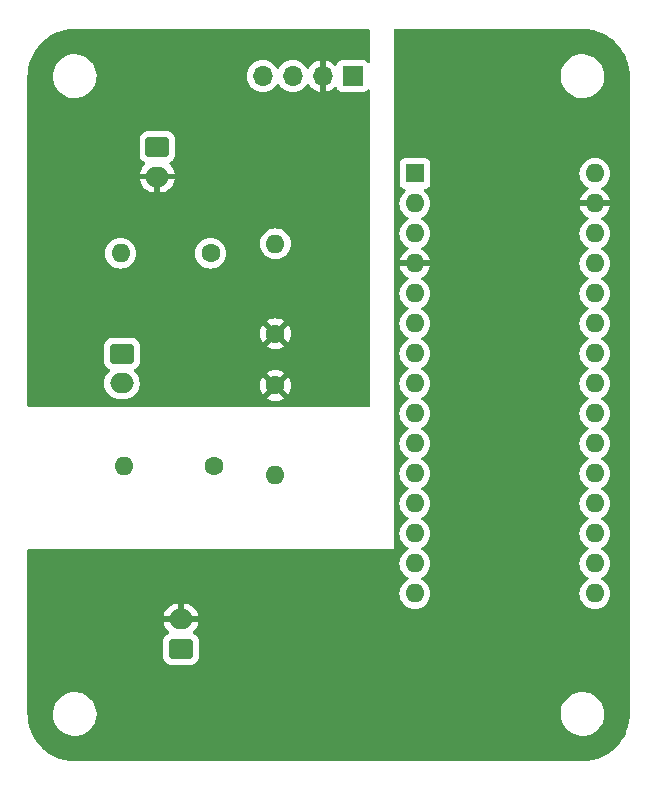
<source format=gbl>
G04 #@! TF.GenerationSoftware,KiCad,Pcbnew,7.0.8*
G04 #@! TF.CreationDate,2024-02-01T00:15:37-07:00*
G04 #@! TF.ProjectId,SDM24-Shifter,53444d32-342d-4536-9869-667465722e6b,rev?*
G04 #@! TF.SameCoordinates,Original*
G04 #@! TF.FileFunction,Copper,L2,Bot*
G04 #@! TF.FilePolarity,Positive*
%FSLAX46Y46*%
G04 Gerber Fmt 4.6, Leading zero omitted, Abs format (unit mm)*
G04 Created by KiCad (PCBNEW 7.0.8) date 2024-02-01 00:15:37*
%MOMM*%
%LPD*%
G01*
G04 APERTURE LIST*
G04 Aperture macros list*
%AMRoundRect*
0 Rectangle with rounded corners*
0 $1 Rounding radius*
0 $2 $3 $4 $5 $6 $7 $8 $9 X,Y pos of 4 corners*
0 Add a 4 corners polygon primitive as box body*
4,1,4,$2,$3,$4,$5,$6,$7,$8,$9,$2,$3,0*
0 Add four circle primitives for the rounded corners*
1,1,$1+$1,$2,$3*
1,1,$1+$1,$4,$5*
1,1,$1+$1,$6,$7*
1,1,$1+$1,$8,$9*
0 Add four rect primitives between the rounded corners*
20,1,$1+$1,$2,$3,$4,$5,0*
20,1,$1+$1,$4,$5,$6,$7,0*
20,1,$1+$1,$6,$7,$8,$9,0*
20,1,$1+$1,$8,$9,$2,$3,0*%
G04 Aperture macros list end*
G04 #@! TA.AperFunction,ComponentPad*
%ADD10C,1.600000*%
G04 #@! TD*
G04 #@! TA.AperFunction,ComponentPad*
%ADD11O,1.600000X1.600000*%
G04 #@! TD*
G04 #@! TA.AperFunction,ComponentPad*
%ADD12R,1.600000X1.600000*%
G04 #@! TD*
G04 #@! TA.AperFunction,ComponentPad*
%ADD13R,1.700000X1.700000*%
G04 #@! TD*
G04 #@! TA.AperFunction,ComponentPad*
%ADD14O,1.700000X1.700000*%
G04 #@! TD*
G04 #@! TA.AperFunction,ComponentPad*
%ADD15RoundRect,0.250000X0.750000X-0.600000X0.750000X0.600000X-0.750000X0.600000X-0.750000X-0.600000X0*%
G04 #@! TD*
G04 #@! TA.AperFunction,ComponentPad*
%ADD16O,2.000000X1.700000*%
G04 #@! TD*
G04 #@! TA.AperFunction,ComponentPad*
%ADD17RoundRect,0.250000X-0.750000X0.600000X-0.750000X-0.600000X0.750000X-0.600000X0.750000X0.600000X0*%
G04 #@! TD*
G04 APERTURE END LIST*
D10*
X136000000Y-76190000D03*
D11*
X136000000Y-83810000D03*
D12*
X147800000Y-58240000D03*
D11*
X147800000Y-60780000D03*
X147800000Y-63320000D03*
X147800000Y-65860000D03*
X147800000Y-68400000D03*
X147800000Y-70940000D03*
X147800000Y-73480000D03*
X147800000Y-76020000D03*
X147800000Y-78560000D03*
X147800000Y-81100000D03*
X147800000Y-83640000D03*
X147800000Y-86180000D03*
X147800000Y-88720000D03*
X147800000Y-91260000D03*
X147800000Y-93800000D03*
X163040000Y-93800000D03*
X163040000Y-91260000D03*
X163040000Y-88720000D03*
X163040000Y-86180000D03*
X163040000Y-83640000D03*
X163040000Y-81100000D03*
X163040000Y-78560000D03*
X163040000Y-76020000D03*
X163040000Y-73480000D03*
X163040000Y-70940000D03*
X163040000Y-68400000D03*
X163040000Y-65860000D03*
X163040000Y-63320000D03*
X163040000Y-60780000D03*
X163040000Y-58240000D03*
D13*
X142540000Y-50000000D03*
D14*
X140000000Y-50000000D03*
X137460000Y-50000000D03*
X134920000Y-50000000D03*
D10*
X130500000Y-65000000D03*
D11*
X122880000Y-65000000D03*
D10*
X130810000Y-83000000D03*
D11*
X123190000Y-83000000D03*
D15*
X128000000Y-98500000D03*
D16*
X128000000Y-96000000D03*
D10*
X136000000Y-71810000D03*
D11*
X136000000Y-64190000D03*
D17*
X123000000Y-73500000D03*
D16*
X123000000Y-76000000D03*
D17*
X126000000Y-56000000D03*
D16*
X126000000Y-58500000D03*
G04 #@! TA.AperFunction,Conductor*
G36*
X162001423Y-46000566D02*
G01*
X162040986Y-46002394D01*
X162172950Y-46008495D01*
X162372549Y-46018302D01*
X162378048Y-46018819D01*
X162563357Y-46044668D01*
X162749828Y-46072329D01*
X162754871Y-46073294D01*
X162939341Y-46116681D01*
X163120221Y-46161989D01*
X163124797Y-46163327D01*
X163305568Y-46223916D01*
X163480339Y-46286450D01*
X163484471Y-46288100D01*
X163542986Y-46313936D01*
X163659474Y-46365370D01*
X163826973Y-46444592D01*
X163830601Y-46446457D01*
X163998142Y-46539778D01*
X164156964Y-46634972D01*
X164160119Y-46636996D01*
X164318603Y-46745559D01*
X164467377Y-46855897D01*
X164470001Y-46857957D01*
X164618027Y-46980876D01*
X164755321Y-47105314D01*
X164757514Y-47107402D01*
X164892596Y-47242484D01*
X164894695Y-47244688D01*
X165019129Y-47381980D01*
X165142034Y-47529989D01*
X165144109Y-47532632D01*
X165254443Y-47681400D01*
X165363002Y-47839879D01*
X165365032Y-47843044D01*
X165460221Y-48001857D01*
X165553527Y-48169371D01*
X165555410Y-48173034D01*
X165634638Y-48340547D01*
X165711899Y-48515527D01*
X165713558Y-48519685D01*
X165776093Y-48694459D01*
X165836662Y-48875173D01*
X165838018Y-48879812D01*
X165883317Y-49060654D01*
X165926696Y-49245090D01*
X165927672Y-49250189D01*
X165955337Y-49436689D01*
X165981177Y-49621933D01*
X165981697Y-49627459D01*
X165991512Y-49827238D01*
X165999434Y-49998575D01*
X165999500Y-50001439D01*
X165999500Y-103998560D01*
X165999434Y-104001424D01*
X165991512Y-104172761D01*
X165981697Y-104372539D01*
X165981177Y-104378065D01*
X165955337Y-104563310D01*
X165927672Y-104749809D01*
X165926696Y-104754908D01*
X165883317Y-104939345D01*
X165838018Y-105120186D01*
X165836662Y-105124825D01*
X165776093Y-105305540D01*
X165713557Y-105480314D01*
X165711899Y-105484470D01*
X165634638Y-105659452D01*
X165555410Y-105826964D01*
X165553527Y-105830627D01*
X165460221Y-105998142D01*
X165365032Y-106156954D01*
X165363002Y-106160118D01*
X165254437Y-106318608D01*
X165144121Y-106467350D01*
X165142021Y-106470025D01*
X165019132Y-106618016D01*
X164894695Y-106755310D01*
X164892596Y-106757514D01*
X164757514Y-106892596D01*
X164755310Y-106894695D01*
X164618016Y-107019132D01*
X164470025Y-107142021D01*
X164467350Y-107144121D01*
X164318608Y-107254437D01*
X164160118Y-107363002D01*
X164156954Y-107365032D01*
X163998142Y-107460221D01*
X163830627Y-107553527D01*
X163826964Y-107555410D01*
X163659452Y-107634638D01*
X163484470Y-107711899D01*
X163480314Y-107713557D01*
X163305540Y-107776093D01*
X163124825Y-107836662D01*
X163120186Y-107838018D01*
X162939345Y-107883317D01*
X162754908Y-107926696D01*
X162749809Y-107927672D01*
X162563310Y-107955337D01*
X162378065Y-107981177D01*
X162372539Y-107981697D01*
X162172761Y-107991512D01*
X162001424Y-107999434D01*
X161998560Y-107999500D01*
X119001440Y-107999500D01*
X118998576Y-107999434D01*
X118827238Y-107991512D01*
X118627459Y-107981697D01*
X118621933Y-107981177D01*
X118436689Y-107955337D01*
X118250189Y-107927672D01*
X118245090Y-107926696D01*
X118060654Y-107883317D01*
X117879812Y-107838018D01*
X117875173Y-107836662D01*
X117694459Y-107776093D01*
X117519685Y-107713558D01*
X117515527Y-107711899D01*
X117340547Y-107634638D01*
X117173034Y-107555410D01*
X117169371Y-107553527D01*
X117001857Y-107460221D01*
X116843044Y-107365032D01*
X116839879Y-107363002D01*
X116730371Y-107287989D01*
X116681392Y-107254437D01*
X116532632Y-107144109D01*
X116529989Y-107142034D01*
X116381980Y-107019129D01*
X116244688Y-106894695D01*
X116242484Y-106892596D01*
X116107402Y-106757514D01*
X116105314Y-106755321D01*
X115980867Y-106618016D01*
X115857957Y-106470001D01*
X115855897Y-106467377D01*
X115745559Y-106318603D01*
X115636995Y-106160118D01*
X115634966Y-106156954D01*
X115539778Y-105998142D01*
X115512261Y-105948740D01*
X115446457Y-105830601D01*
X115444588Y-105826964D01*
X115420852Y-105776779D01*
X115365370Y-105659474D01*
X115288100Y-105484471D01*
X115286450Y-105480339D01*
X115223906Y-105305540D01*
X115163327Y-105124797D01*
X115161989Y-105120221D01*
X115116675Y-104939315D01*
X115111402Y-104916895D01*
X115073294Y-104754871D01*
X115072329Y-104749828D01*
X115044662Y-104563310D01*
X115018819Y-104378048D01*
X115018302Y-104372549D01*
X115008487Y-104172761D01*
X115003633Y-104067763D01*
X117145787Y-104067763D01*
X117175413Y-104337013D01*
X117175415Y-104337024D01*
X117234564Y-104563270D01*
X117243928Y-104599088D01*
X117349870Y-104848390D01*
X117421998Y-104966575D01*
X117490979Y-105079605D01*
X117490986Y-105079615D01*
X117664253Y-105287819D01*
X117664259Y-105287824D01*
X117769240Y-105381887D01*
X117865998Y-105468582D01*
X118091910Y-105618044D01*
X118337176Y-105733020D01*
X118337183Y-105733022D01*
X118337185Y-105733023D01*
X118596557Y-105811057D01*
X118596564Y-105811058D01*
X118596569Y-105811060D01*
X118864561Y-105850500D01*
X118864566Y-105850500D01*
X119067636Y-105850500D01*
X119119133Y-105846730D01*
X119270156Y-105835677D01*
X119382758Y-105810593D01*
X119534546Y-105776782D01*
X119534548Y-105776781D01*
X119534553Y-105776780D01*
X119787558Y-105680014D01*
X120023777Y-105547441D01*
X120238177Y-105381888D01*
X120426186Y-105186881D01*
X120583799Y-104966579D01*
X120692626Y-104754909D01*
X120707649Y-104725690D01*
X120707651Y-104725684D01*
X120707656Y-104725675D01*
X120795118Y-104469305D01*
X120844319Y-104202933D01*
X120849259Y-104067763D01*
X160145787Y-104067763D01*
X160175413Y-104337013D01*
X160175415Y-104337024D01*
X160234564Y-104563270D01*
X160243928Y-104599088D01*
X160349870Y-104848390D01*
X160421998Y-104966575D01*
X160490979Y-105079605D01*
X160490986Y-105079615D01*
X160664253Y-105287819D01*
X160664259Y-105287824D01*
X160769240Y-105381887D01*
X160865998Y-105468582D01*
X161091910Y-105618044D01*
X161337176Y-105733020D01*
X161337183Y-105733022D01*
X161337185Y-105733023D01*
X161596557Y-105811057D01*
X161596564Y-105811058D01*
X161596569Y-105811060D01*
X161864561Y-105850500D01*
X161864566Y-105850500D01*
X162067636Y-105850500D01*
X162119133Y-105846730D01*
X162270156Y-105835677D01*
X162382758Y-105810593D01*
X162534546Y-105776782D01*
X162534548Y-105776781D01*
X162534553Y-105776780D01*
X162787558Y-105680014D01*
X163023777Y-105547441D01*
X163238177Y-105381888D01*
X163426186Y-105186881D01*
X163583799Y-104966579D01*
X163692626Y-104754909D01*
X163707649Y-104725690D01*
X163707651Y-104725684D01*
X163707656Y-104725675D01*
X163795118Y-104469305D01*
X163844319Y-104202933D01*
X163854212Y-103932235D01*
X163824586Y-103662982D01*
X163756072Y-103400912D01*
X163650130Y-103151610D01*
X163509018Y-102920390D01*
X163419747Y-102813119D01*
X163335746Y-102712180D01*
X163335740Y-102712175D01*
X163134002Y-102531418D01*
X162908092Y-102381957D01*
X162908090Y-102381956D01*
X162662824Y-102266980D01*
X162662819Y-102266978D01*
X162662814Y-102266976D01*
X162403442Y-102188942D01*
X162403428Y-102188939D01*
X162287791Y-102171921D01*
X162135439Y-102149500D01*
X161932369Y-102149500D01*
X161932364Y-102149500D01*
X161729844Y-102164323D01*
X161729831Y-102164325D01*
X161465453Y-102223217D01*
X161465446Y-102223220D01*
X161212439Y-102319987D01*
X160976226Y-102452557D01*
X160761822Y-102618112D01*
X160573822Y-102813109D01*
X160573816Y-102813116D01*
X160416202Y-103033419D01*
X160416199Y-103033424D01*
X160292350Y-103274309D01*
X160292343Y-103274327D01*
X160204884Y-103530685D01*
X160204881Y-103530699D01*
X160155681Y-103797068D01*
X160155680Y-103797075D01*
X160145787Y-104067763D01*
X120849259Y-104067763D01*
X120854212Y-103932235D01*
X120824586Y-103662982D01*
X120756072Y-103400912D01*
X120650130Y-103151610D01*
X120509018Y-102920390D01*
X120419747Y-102813119D01*
X120335746Y-102712180D01*
X120335740Y-102712175D01*
X120134002Y-102531418D01*
X119908092Y-102381957D01*
X119908090Y-102381956D01*
X119662824Y-102266980D01*
X119662819Y-102266978D01*
X119662814Y-102266976D01*
X119403442Y-102188942D01*
X119403428Y-102188939D01*
X119287791Y-102171921D01*
X119135439Y-102149500D01*
X118932369Y-102149500D01*
X118932364Y-102149500D01*
X118729844Y-102164323D01*
X118729831Y-102164325D01*
X118465453Y-102223217D01*
X118465446Y-102223220D01*
X118212439Y-102319987D01*
X117976226Y-102452557D01*
X117761822Y-102618112D01*
X117573822Y-102813109D01*
X117573816Y-102813116D01*
X117416202Y-103033419D01*
X117416199Y-103033424D01*
X117292350Y-103274309D01*
X117292343Y-103274327D01*
X117204884Y-103530685D01*
X117204881Y-103530699D01*
X117155681Y-103797068D01*
X117155680Y-103797075D01*
X117145787Y-104067763D01*
X115003633Y-104067763D01*
X115000566Y-104001423D01*
X115000500Y-103998560D01*
X115000500Y-99150001D01*
X126499500Y-99150001D01*
X126499501Y-99150018D01*
X126510000Y-99252796D01*
X126510001Y-99252799D01*
X126565185Y-99419331D01*
X126565186Y-99419334D01*
X126657288Y-99568656D01*
X126781344Y-99692712D01*
X126930666Y-99784814D01*
X127097203Y-99839999D01*
X127199991Y-99850500D01*
X128800008Y-99850499D01*
X128902797Y-99839999D01*
X129069334Y-99784814D01*
X129218656Y-99692712D01*
X129342712Y-99568656D01*
X129434814Y-99419334D01*
X129489999Y-99252797D01*
X129500500Y-99150009D01*
X129500499Y-97849992D01*
X129489999Y-97747203D01*
X129434814Y-97580666D01*
X129342712Y-97431344D01*
X129218656Y-97307288D01*
X129069334Y-97215186D01*
X129063441Y-97211551D01*
X129016717Y-97159603D01*
X129005494Y-97090640D01*
X129033338Y-97026558D01*
X129040857Y-97018331D01*
X129188105Y-96871082D01*
X129323600Y-96677578D01*
X129423429Y-96463492D01*
X129423432Y-96463486D01*
X129480636Y-96250000D01*
X128433686Y-96250000D01*
X128459493Y-96209844D01*
X128500000Y-96071889D01*
X128500000Y-95928111D01*
X128459493Y-95790156D01*
X128433686Y-95750000D01*
X129480636Y-95750000D01*
X129480635Y-95749999D01*
X129423432Y-95536513D01*
X129423429Y-95536507D01*
X129323600Y-95322422D01*
X129323599Y-95322420D01*
X129188113Y-95128926D01*
X129188108Y-95128920D01*
X129021079Y-94961891D01*
X129021073Y-94961886D01*
X128827579Y-94826400D01*
X128827577Y-94826399D01*
X128613492Y-94726570D01*
X128613483Y-94726566D01*
X128385326Y-94665432D01*
X128385316Y-94665430D01*
X128250000Y-94653590D01*
X128250000Y-95564498D01*
X128142315Y-95515320D01*
X128035763Y-95500000D01*
X127964237Y-95500000D01*
X127857685Y-95515320D01*
X127750000Y-95564498D01*
X127750000Y-94653591D01*
X127749999Y-94653590D01*
X127614683Y-94665430D01*
X127614673Y-94665432D01*
X127386516Y-94726566D01*
X127386507Y-94726570D01*
X127172422Y-94826399D01*
X127172420Y-94826400D01*
X126978926Y-94961886D01*
X126978920Y-94961891D01*
X126811894Y-95128917D01*
X126676399Y-95322421D01*
X126576570Y-95536507D01*
X126576567Y-95536513D01*
X126519364Y-95749999D01*
X126519364Y-95750000D01*
X127566314Y-95750000D01*
X127540507Y-95790156D01*
X127500000Y-95928111D01*
X127500000Y-96071889D01*
X127540507Y-96209844D01*
X127566314Y-96250000D01*
X126519364Y-96250000D01*
X126576567Y-96463486D01*
X126576570Y-96463492D01*
X126676399Y-96677577D01*
X126676400Y-96677579D01*
X126811886Y-96871073D01*
X126959143Y-97018331D01*
X126992627Y-97079654D01*
X126987643Y-97149346D01*
X126945771Y-97205279D01*
X126936558Y-97211550D01*
X126781347Y-97307285D01*
X126781343Y-97307288D01*
X126657289Y-97431342D01*
X126565187Y-97580663D01*
X126565186Y-97580666D01*
X126510001Y-97747203D01*
X126510001Y-97747204D01*
X126510000Y-97747204D01*
X126499500Y-97849983D01*
X126499500Y-99150001D01*
X115000500Y-99150001D01*
X115000500Y-93800001D01*
X146494532Y-93800001D01*
X146514364Y-94026686D01*
X146514366Y-94026697D01*
X146573258Y-94246488D01*
X146573261Y-94246497D01*
X146669431Y-94452732D01*
X146669432Y-94452734D01*
X146799954Y-94639141D01*
X146960858Y-94800045D01*
X146960861Y-94800047D01*
X147147266Y-94930568D01*
X147353504Y-95026739D01*
X147573308Y-95085635D01*
X147735230Y-95099801D01*
X147799998Y-95105468D01*
X147800000Y-95105468D01*
X147800002Y-95105468D01*
X147856673Y-95100509D01*
X148026692Y-95085635D01*
X148246496Y-95026739D01*
X148452734Y-94930568D01*
X148639139Y-94800047D01*
X148800047Y-94639139D01*
X148930568Y-94452734D01*
X149026739Y-94246496D01*
X149085635Y-94026692D01*
X149105468Y-93800001D01*
X161734532Y-93800001D01*
X161754364Y-94026686D01*
X161754366Y-94026697D01*
X161813258Y-94246488D01*
X161813261Y-94246497D01*
X161909431Y-94452732D01*
X161909432Y-94452734D01*
X162039954Y-94639141D01*
X162200858Y-94800045D01*
X162200861Y-94800047D01*
X162387266Y-94930568D01*
X162593504Y-95026739D01*
X162813308Y-95085635D01*
X162975230Y-95099801D01*
X163039998Y-95105468D01*
X163040000Y-95105468D01*
X163040002Y-95105468D01*
X163096673Y-95100509D01*
X163266692Y-95085635D01*
X163486496Y-95026739D01*
X163692734Y-94930568D01*
X163879139Y-94800047D01*
X164040047Y-94639139D01*
X164170568Y-94452734D01*
X164266739Y-94246496D01*
X164325635Y-94026692D01*
X164345468Y-93800000D01*
X164325635Y-93573308D01*
X164266739Y-93353504D01*
X164170568Y-93147266D01*
X164040047Y-92960861D01*
X164040045Y-92960858D01*
X163879141Y-92799954D01*
X163692734Y-92669432D01*
X163692728Y-92669429D01*
X163634725Y-92642382D01*
X163582285Y-92596210D01*
X163563133Y-92529017D01*
X163583348Y-92462135D01*
X163634725Y-92417618D01*
X163692734Y-92390568D01*
X163879139Y-92260047D01*
X164040047Y-92099139D01*
X164170568Y-91912734D01*
X164266739Y-91706496D01*
X164325635Y-91486692D01*
X164345468Y-91260000D01*
X164325635Y-91033308D01*
X164266739Y-90813504D01*
X164170568Y-90607266D01*
X164040047Y-90420861D01*
X164040045Y-90420858D01*
X163879141Y-90259954D01*
X163692734Y-90129432D01*
X163692728Y-90129429D01*
X163634725Y-90102382D01*
X163582285Y-90056210D01*
X163563133Y-89989017D01*
X163583348Y-89922135D01*
X163634725Y-89877618D01*
X163692734Y-89850568D01*
X163879139Y-89720047D01*
X164040047Y-89559139D01*
X164170568Y-89372734D01*
X164266739Y-89166496D01*
X164325635Y-88946692D01*
X164345468Y-88720000D01*
X164325635Y-88493308D01*
X164266739Y-88273504D01*
X164170568Y-88067266D01*
X164040047Y-87880861D01*
X164040045Y-87880858D01*
X163879141Y-87719954D01*
X163692734Y-87589432D01*
X163692728Y-87589429D01*
X163634725Y-87562382D01*
X163582285Y-87516210D01*
X163563133Y-87449017D01*
X163583348Y-87382135D01*
X163634725Y-87337618D01*
X163692734Y-87310568D01*
X163879139Y-87180047D01*
X164040047Y-87019139D01*
X164170568Y-86832734D01*
X164266739Y-86626496D01*
X164325635Y-86406692D01*
X164345468Y-86180000D01*
X164325635Y-85953308D01*
X164266739Y-85733504D01*
X164170568Y-85527266D01*
X164040047Y-85340861D01*
X164040045Y-85340858D01*
X163879141Y-85179954D01*
X163692734Y-85049432D01*
X163692728Y-85049429D01*
X163634725Y-85022382D01*
X163582285Y-84976210D01*
X163563133Y-84909017D01*
X163583348Y-84842135D01*
X163634725Y-84797618D01*
X163692734Y-84770568D01*
X163879139Y-84640047D01*
X164040047Y-84479139D01*
X164170568Y-84292734D01*
X164266739Y-84086496D01*
X164325635Y-83866692D01*
X164345468Y-83640000D01*
X164325635Y-83413308D01*
X164266739Y-83193504D01*
X164170568Y-82987266D01*
X164040047Y-82800861D01*
X164040045Y-82800858D01*
X163879141Y-82639954D01*
X163692734Y-82509432D01*
X163692728Y-82509429D01*
X163634725Y-82482382D01*
X163582285Y-82436210D01*
X163563133Y-82369017D01*
X163583348Y-82302135D01*
X163634725Y-82257618D01*
X163692734Y-82230568D01*
X163879139Y-82100047D01*
X164040047Y-81939139D01*
X164170568Y-81752734D01*
X164266739Y-81546496D01*
X164325635Y-81326692D01*
X164345468Y-81100000D01*
X164325635Y-80873308D01*
X164266739Y-80653504D01*
X164170568Y-80447266D01*
X164040047Y-80260861D01*
X164040045Y-80260858D01*
X163879141Y-80099954D01*
X163692734Y-79969432D01*
X163692728Y-79969429D01*
X163634725Y-79942382D01*
X163582285Y-79896210D01*
X163563133Y-79829017D01*
X163583348Y-79762135D01*
X163634725Y-79717618D01*
X163692734Y-79690568D01*
X163879139Y-79560047D01*
X164040047Y-79399139D01*
X164170568Y-79212734D01*
X164266739Y-79006496D01*
X164325635Y-78786692D01*
X164345468Y-78560000D01*
X164325635Y-78333308D01*
X164266739Y-78113504D01*
X164170568Y-77907266D01*
X164040047Y-77720861D01*
X164040045Y-77720858D01*
X163879141Y-77559954D01*
X163692734Y-77429432D01*
X163692728Y-77429429D01*
X163634725Y-77402382D01*
X163582285Y-77356210D01*
X163563133Y-77289017D01*
X163583348Y-77222135D01*
X163634725Y-77177618D01*
X163642409Y-77174035D01*
X163692734Y-77150568D01*
X163879139Y-77020047D01*
X164040047Y-76859139D01*
X164170568Y-76672734D01*
X164266739Y-76466496D01*
X164325635Y-76246692D01*
X164345468Y-76020000D01*
X164325635Y-75793308D01*
X164266739Y-75573504D01*
X164170568Y-75367266D01*
X164040047Y-75180861D01*
X164040045Y-75180858D01*
X163879141Y-75019954D01*
X163692734Y-74889432D01*
X163692728Y-74889429D01*
X163634725Y-74862382D01*
X163582285Y-74816210D01*
X163563133Y-74749017D01*
X163583348Y-74682135D01*
X163634725Y-74637618D01*
X163692734Y-74610568D01*
X163879139Y-74480047D01*
X164040047Y-74319139D01*
X164170568Y-74132734D01*
X164266739Y-73926496D01*
X164325635Y-73706692D01*
X164345468Y-73480000D01*
X164325635Y-73253308D01*
X164266739Y-73033504D01*
X164170568Y-72827266D01*
X164040047Y-72640861D01*
X164040045Y-72640858D01*
X163879141Y-72479954D01*
X163692734Y-72349432D01*
X163692728Y-72349429D01*
X163634725Y-72322382D01*
X163582285Y-72276210D01*
X163563133Y-72209017D01*
X163583348Y-72142135D01*
X163634725Y-72097618D01*
X163692734Y-72070568D01*
X163879139Y-71940047D01*
X164040047Y-71779139D01*
X164170568Y-71592734D01*
X164266739Y-71386496D01*
X164325635Y-71166692D01*
X164345468Y-70940000D01*
X164325635Y-70713308D01*
X164266739Y-70493504D01*
X164170568Y-70287266D01*
X164040047Y-70100861D01*
X164040045Y-70100858D01*
X163879141Y-69939954D01*
X163692734Y-69809432D01*
X163692728Y-69809429D01*
X163634725Y-69782382D01*
X163582285Y-69736210D01*
X163563133Y-69669017D01*
X163583348Y-69602135D01*
X163634725Y-69557618D01*
X163692734Y-69530568D01*
X163879139Y-69400047D01*
X164040047Y-69239139D01*
X164170568Y-69052734D01*
X164266739Y-68846496D01*
X164325635Y-68626692D01*
X164345468Y-68400000D01*
X164325635Y-68173308D01*
X164266739Y-67953504D01*
X164170568Y-67747266D01*
X164040047Y-67560861D01*
X164040045Y-67560858D01*
X163879141Y-67399954D01*
X163692734Y-67269432D01*
X163692728Y-67269429D01*
X163634725Y-67242382D01*
X163582285Y-67196210D01*
X163563133Y-67129017D01*
X163583348Y-67062135D01*
X163634725Y-67017618D01*
X163635319Y-67017341D01*
X163692734Y-66990568D01*
X163879139Y-66860047D01*
X164040047Y-66699139D01*
X164170568Y-66512734D01*
X164266739Y-66306496D01*
X164325635Y-66086692D01*
X164345468Y-65860000D01*
X164325635Y-65633308D01*
X164266739Y-65413504D01*
X164170568Y-65207266D01*
X164040047Y-65020861D01*
X164040045Y-65020858D01*
X163879141Y-64859954D01*
X163692734Y-64729432D01*
X163692728Y-64729429D01*
X163634725Y-64702382D01*
X163582285Y-64656210D01*
X163563133Y-64589017D01*
X163583348Y-64522135D01*
X163634725Y-64477618D01*
X163692734Y-64450568D01*
X163879139Y-64320047D01*
X164040047Y-64159139D01*
X164170568Y-63972734D01*
X164266739Y-63766496D01*
X164325635Y-63546692D01*
X164345468Y-63320000D01*
X164325635Y-63093308D01*
X164266739Y-62873504D01*
X164170568Y-62667266D01*
X164040047Y-62480861D01*
X164040045Y-62480858D01*
X163879141Y-62319954D01*
X163692734Y-62189432D01*
X163692732Y-62189431D01*
X163634725Y-62162382D01*
X163634132Y-62162105D01*
X163581694Y-62115934D01*
X163562542Y-62048740D01*
X163582758Y-61981859D01*
X163634134Y-61937341D01*
X163692484Y-61910132D01*
X163878820Y-61779657D01*
X164039657Y-61618820D01*
X164170134Y-61432482D01*
X164266265Y-61226326D01*
X164266269Y-61226317D01*
X164318872Y-61030000D01*
X163473686Y-61030000D01*
X163499493Y-60989844D01*
X163540000Y-60851889D01*
X163540000Y-60708111D01*
X163499493Y-60570156D01*
X163473686Y-60530000D01*
X164318872Y-60530000D01*
X164318872Y-60529999D01*
X164266269Y-60333682D01*
X164266265Y-60333673D01*
X164170134Y-60127517D01*
X164039657Y-59941179D01*
X163878820Y-59780342D01*
X163692482Y-59649865D01*
X163634133Y-59622657D01*
X163581694Y-59576484D01*
X163562542Y-59509291D01*
X163582758Y-59442410D01*
X163634129Y-59397895D01*
X163692734Y-59370568D01*
X163879139Y-59240047D01*
X164040047Y-59079139D01*
X164170568Y-58892734D01*
X164266739Y-58686496D01*
X164325635Y-58466692D01*
X164345468Y-58240000D01*
X164325635Y-58013308D01*
X164266739Y-57793504D01*
X164170568Y-57587266D01*
X164040047Y-57400861D01*
X164040045Y-57400858D01*
X163879141Y-57239954D01*
X163692734Y-57109432D01*
X163692732Y-57109431D01*
X163486497Y-57013261D01*
X163486488Y-57013258D01*
X163266697Y-56954366D01*
X163266693Y-56954365D01*
X163266692Y-56954365D01*
X163266691Y-56954364D01*
X163266686Y-56954364D01*
X163040002Y-56934532D01*
X163039998Y-56934532D01*
X162813313Y-56954364D01*
X162813302Y-56954366D01*
X162593511Y-57013258D01*
X162593502Y-57013261D01*
X162387267Y-57109431D01*
X162387265Y-57109432D01*
X162200858Y-57239954D01*
X162039954Y-57400858D01*
X161909432Y-57587265D01*
X161909431Y-57587267D01*
X161813261Y-57793502D01*
X161813258Y-57793511D01*
X161754366Y-58013302D01*
X161754364Y-58013313D01*
X161734532Y-58239998D01*
X161734532Y-58240001D01*
X161754364Y-58466686D01*
X161754366Y-58466697D01*
X161813258Y-58686488D01*
X161813261Y-58686497D01*
X161909431Y-58892732D01*
X161909432Y-58892734D01*
X162039954Y-59079141D01*
X162200858Y-59240045D01*
X162200861Y-59240047D01*
X162387266Y-59370568D01*
X162445865Y-59397893D01*
X162498305Y-59444065D01*
X162517457Y-59511258D01*
X162497242Y-59578139D01*
X162445867Y-59622657D01*
X162387515Y-59649867D01*
X162201179Y-59780342D01*
X162040342Y-59941179D01*
X161909865Y-60127517D01*
X161813734Y-60333673D01*
X161813730Y-60333682D01*
X161761127Y-60529999D01*
X161761128Y-60530000D01*
X162606314Y-60530000D01*
X162580507Y-60570156D01*
X162540000Y-60708111D01*
X162540000Y-60851889D01*
X162580507Y-60989844D01*
X162606314Y-61030000D01*
X161761128Y-61030000D01*
X161813730Y-61226317D01*
X161813734Y-61226326D01*
X161909865Y-61432482D01*
X162040342Y-61618820D01*
X162201179Y-61779657D01*
X162387518Y-61910134D01*
X162387520Y-61910135D01*
X162445865Y-61937342D01*
X162498305Y-61983514D01*
X162517457Y-62050707D01*
X162497242Y-62117589D01*
X162445867Y-62162105D01*
X162387268Y-62189431D01*
X162387264Y-62189433D01*
X162200858Y-62319954D01*
X162039954Y-62480858D01*
X161909432Y-62667265D01*
X161909431Y-62667267D01*
X161813261Y-62873502D01*
X161813258Y-62873511D01*
X161754366Y-63093302D01*
X161754364Y-63093313D01*
X161734532Y-63319998D01*
X161734532Y-63320001D01*
X161754364Y-63546686D01*
X161754366Y-63546697D01*
X161813258Y-63766488D01*
X161813261Y-63766497D01*
X161909431Y-63972732D01*
X161909432Y-63972734D01*
X162039954Y-64159141D01*
X162200858Y-64320045D01*
X162200861Y-64320047D01*
X162387266Y-64450568D01*
X162445275Y-64477618D01*
X162497714Y-64523791D01*
X162516866Y-64590984D01*
X162496650Y-64657865D01*
X162445275Y-64702382D01*
X162387267Y-64729431D01*
X162387265Y-64729432D01*
X162200858Y-64859954D01*
X162039954Y-65020858D01*
X161909432Y-65207265D01*
X161909431Y-65207267D01*
X161813261Y-65413502D01*
X161813258Y-65413511D01*
X161754366Y-65633302D01*
X161754364Y-65633313D01*
X161734532Y-65859998D01*
X161734532Y-65860001D01*
X161754364Y-66086686D01*
X161754366Y-66086697D01*
X161813258Y-66306488D01*
X161813261Y-66306497D01*
X161909431Y-66512732D01*
X161909432Y-66512734D01*
X162039954Y-66699141D01*
X162200858Y-66860045D01*
X162200861Y-66860047D01*
X162387266Y-66990568D01*
X162444681Y-67017341D01*
X162445275Y-67017618D01*
X162497714Y-67063791D01*
X162516866Y-67130984D01*
X162496650Y-67197865D01*
X162445275Y-67242382D01*
X162387267Y-67269431D01*
X162387265Y-67269432D01*
X162200858Y-67399954D01*
X162039954Y-67560858D01*
X161909432Y-67747265D01*
X161909431Y-67747267D01*
X161813261Y-67953502D01*
X161813258Y-67953511D01*
X161754366Y-68173302D01*
X161754364Y-68173313D01*
X161734532Y-68399998D01*
X161734532Y-68400001D01*
X161754364Y-68626686D01*
X161754366Y-68626697D01*
X161813258Y-68846488D01*
X161813261Y-68846497D01*
X161909431Y-69052732D01*
X161909432Y-69052734D01*
X162039954Y-69239141D01*
X162200858Y-69400045D01*
X162200861Y-69400047D01*
X162387266Y-69530568D01*
X162445275Y-69557618D01*
X162497714Y-69603791D01*
X162516866Y-69670984D01*
X162496650Y-69737865D01*
X162445275Y-69782382D01*
X162387267Y-69809431D01*
X162387265Y-69809432D01*
X162200858Y-69939954D01*
X162039954Y-70100858D01*
X161909432Y-70287265D01*
X161909431Y-70287267D01*
X161813261Y-70493502D01*
X161813258Y-70493511D01*
X161754366Y-70713302D01*
X161754364Y-70713313D01*
X161734532Y-70939998D01*
X161734532Y-70940001D01*
X161754364Y-71166686D01*
X161754366Y-71166697D01*
X161813258Y-71386488D01*
X161813261Y-71386497D01*
X161909431Y-71592732D01*
X161909432Y-71592734D01*
X162039954Y-71779141D01*
X162200858Y-71940045D01*
X162200861Y-71940047D01*
X162387266Y-72070568D01*
X162445275Y-72097618D01*
X162497714Y-72143791D01*
X162516866Y-72210984D01*
X162496650Y-72277865D01*
X162445275Y-72322382D01*
X162387267Y-72349431D01*
X162387265Y-72349432D01*
X162200858Y-72479954D01*
X162039954Y-72640858D01*
X161909432Y-72827265D01*
X161909431Y-72827267D01*
X161813261Y-73033502D01*
X161813258Y-73033511D01*
X161754366Y-73253302D01*
X161754364Y-73253313D01*
X161734532Y-73479998D01*
X161734532Y-73480001D01*
X161754364Y-73706686D01*
X161754366Y-73706697D01*
X161813258Y-73926488D01*
X161813261Y-73926497D01*
X161909431Y-74132732D01*
X161909432Y-74132734D01*
X162039954Y-74319141D01*
X162200858Y-74480045D01*
X162200861Y-74480047D01*
X162387266Y-74610568D01*
X162445275Y-74637618D01*
X162497714Y-74683791D01*
X162516866Y-74750984D01*
X162496650Y-74817865D01*
X162445275Y-74862382D01*
X162387267Y-74889431D01*
X162387265Y-74889432D01*
X162200858Y-75019954D01*
X162039954Y-75180858D01*
X161909432Y-75367265D01*
X161909431Y-75367267D01*
X161813261Y-75573502D01*
X161813258Y-75573511D01*
X161754366Y-75793302D01*
X161754364Y-75793313D01*
X161734532Y-76019998D01*
X161734532Y-76020001D01*
X161754364Y-76246686D01*
X161754366Y-76246697D01*
X161813258Y-76466488D01*
X161813261Y-76466497D01*
X161909431Y-76672732D01*
X161909432Y-76672734D01*
X162039954Y-76859141D01*
X162200858Y-77020045D01*
X162200861Y-77020047D01*
X162387266Y-77150568D01*
X162437591Y-77174035D01*
X162445275Y-77177618D01*
X162497714Y-77223791D01*
X162516866Y-77290984D01*
X162496650Y-77357865D01*
X162445275Y-77402382D01*
X162387267Y-77429431D01*
X162387265Y-77429432D01*
X162200858Y-77559954D01*
X162039954Y-77720858D01*
X161909432Y-77907265D01*
X161909431Y-77907267D01*
X161813261Y-78113502D01*
X161813258Y-78113511D01*
X161754366Y-78333302D01*
X161754364Y-78333313D01*
X161734532Y-78559998D01*
X161734532Y-78560001D01*
X161754364Y-78786686D01*
X161754366Y-78786697D01*
X161813258Y-79006488D01*
X161813261Y-79006497D01*
X161909431Y-79212732D01*
X161909432Y-79212734D01*
X162039954Y-79399141D01*
X162200858Y-79560045D01*
X162200861Y-79560047D01*
X162387266Y-79690568D01*
X162445275Y-79717618D01*
X162497714Y-79763791D01*
X162516866Y-79830984D01*
X162496650Y-79897865D01*
X162445275Y-79942382D01*
X162387267Y-79969431D01*
X162387265Y-79969432D01*
X162200858Y-80099954D01*
X162039954Y-80260858D01*
X161909432Y-80447265D01*
X161909431Y-80447267D01*
X161813261Y-80653502D01*
X161813258Y-80653511D01*
X161754366Y-80873302D01*
X161754364Y-80873313D01*
X161734532Y-81099998D01*
X161734532Y-81100001D01*
X161754364Y-81326686D01*
X161754366Y-81326697D01*
X161813258Y-81546488D01*
X161813261Y-81546497D01*
X161909431Y-81752732D01*
X161909432Y-81752734D01*
X162039954Y-81939141D01*
X162200858Y-82100045D01*
X162200861Y-82100047D01*
X162387266Y-82230568D01*
X162445275Y-82257618D01*
X162497714Y-82303791D01*
X162516866Y-82370984D01*
X162496650Y-82437865D01*
X162445275Y-82482382D01*
X162387267Y-82509431D01*
X162387265Y-82509432D01*
X162200858Y-82639954D01*
X162039954Y-82800858D01*
X161909432Y-82987265D01*
X161909431Y-82987267D01*
X161813261Y-83193502D01*
X161813258Y-83193511D01*
X161754366Y-83413302D01*
X161754364Y-83413313D01*
X161734532Y-83639998D01*
X161734532Y-83640001D01*
X161754364Y-83866686D01*
X161754366Y-83866697D01*
X161813258Y-84086488D01*
X161813261Y-84086497D01*
X161909431Y-84292732D01*
X161909432Y-84292734D01*
X162039954Y-84479141D01*
X162200858Y-84640045D01*
X162200861Y-84640047D01*
X162387266Y-84770568D01*
X162445275Y-84797618D01*
X162497714Y-84843791D01*
X162516866Y-84910984D01*
X162496650Y-84977865D01*
X162445275Y-85022382D01*
X162387267Y-85049431D01*
X162387265Y-85049432D01*
X162200858Y-85179954D01*
X162039954Y-85340858D01*
X161909432Y-85527265D01*
X161909431Y-85527267D01*
X161813261Y-85733502D01*
X161813258Y-85733511D01*
X161754366Y-85953302D01*
X161754364Y-85953313D01*
X161734532Y-86179998D01*
X161734532Y-86180001D01*
X161754364Y-86406686D01*
X161754366Y-86406697D01*
X161813258Y-86626488D01*
X161813261Y-86626497D01*
X161909431Y-86832732D01*
X161909432Y-86832734D01*
X162039954Y-87019141D01*
X162200858Y-87180045D01*
X162200861Y-87180047D01*
X162387266Y-87310568D01*
X162445275Y-87337618D01*
X162497714Y-87383791D01*
X162516866Y-87450984D01*
X162496650Y-87517865D01*
X162445275Y-87562382D01*
X162387267Y-87589431D01*
X162387265Y-87589432D01*
X162200858Y-87719954D01*
X162039954Y-87880858D01*
X161909432Y-88067265D01*
X161909431Y-88067267D01*
X161813261Y-88273502D01*
X161813258Y-88273511D01*
X161754366Y-88493302D01*
X161754364Y-88493313D01*
X161734532Y-88719998D01*
X161734532Y-88720001D01*
X161754364Y-88946686D01*
X161754366Y-88946697D01*
X161813258Y-89166488D01*
X161813261Y-89166497D01*
X161909431Y-89372732D01*
X161909432Y-89372734D01*
X162039954Y-89559141D01*
X162200858Y-89720045D01*
X162200861Y-89720047D01*
X162387266Y-89850568D01*
X162445275Y-89877618D01*
X162497714Y-89923791D01*
X162516866Y-89990984D01*
X162496650Y-90057865D01*
X162445275Y-90102382D01*
X162387267Y-90129431D01*
X162387265Y-90129432D01*
X162200858Y-90259954D01*
X162039954Y-90420858D01*
X161909432Y-90607265D01*
X161909431Y-90607267D01*
X161813261Y-90813502D01*
X161813258Y-90813511D01*
X161754366Y-91033302D01*
X161754364Y-91033313D01*
X161734532Y-91259998D01*
X161734532Y-91260001D01*
X161754364Y-91486686D01*
X161754366Y-91486697D01*
X161813258Y-91706488D01*
X161813261Y-91706497D01*
X161909431Y-91912732D01*
X161909432Y-91912734D01*
X162039954Y-92099141D01*
X162200858Y-92260045D01*
X162200861Y-92260047D01*
X162387266Y-92390568D01*
X162445275Y-92417618D01*
X162497714Y-92463791D01*
X162516866Y-92530984D01*
X162496650Y-92597865D01*
X162445275Y-92642382D01*
X162387267Y-92669431D01*
X162387265Y-92669432D01*
X162200858Y-92799954D01*
X162039954Y-92960858D01*
X161909432Y-93147265D01*
X161909431Y-93147267D01*
X161813261Y-93353502D01*
X161813258Y-93353511D01*
X161754366Y-93573302D01*
X161754364Y-93573313D01*
X161734532Y-93799998D01*
X161734532Y-93800001D01*
X149105468Y-93800001D01*
X149105468Y-93800000D01*
X149085635Y-93573308D01*
X149026739Y-93353504D01*
X148930568Y-93147266D01*
X148800047Y-92960861D01*
X148800045Y-92960858D01*
X148639141Y-92799954D01*
X148452734Y-92669432D01*
X148452728Y-92669429D01*
X148394725Y-92642382D01*
X148342285Y-92596210D01*
X148323133Y-92529017D01*
X148343348Y-92462135D01*
X148394725Y-92417618D01*
X148452734Y-92390568D01*
X148639139Y-92260047D01*
X148800047Y-92099139D01*
X148930568Y-91912734D01*
X149026739Y-91706496D01*
X149085635Y-91486692D01*
X149105468Y-91260000D01*
X149085635Y-91033308D01*
X149026739Y-90813504D01*
X148930568Y-90607266D01*
X148800047Y-90420861D01*
X148800045Y-90420858D01*
X148639141Y-90259954D01*
X148452734Y-90129432D01*
X148452728Y-90129429D01*
X148394725Y-90102382D01*
X148342285Y-90056210D01*
X148323133Y-89989017D01*
X148343348Y-89922135D01*
X148394725Y-89877618D01*
X148452734Y-89850568D01*
X148639139Y-89720047D01*
X148800047Y-89559139D01*
X148930568Y-89372734D01*
X149026739Y-89166496D01*
X149085635Y-88946692D01*
X149105468Y-88720000D01*
X149085635Y-88493308D01*
X149026739Y-88273504D01*
X148930568Y-88067266D01*
X148800047Y-87880861D01*
X148800045Y-87880858D01*
X148639141Y-87719954D01*
X148452734Y-87589432D01*
X148452728Y-87589429D01*
X148394725Y-87562382D01*
X148342285Y-87516210D01*
X148323133Y-87449017D01*
X148343348Y-87382135D01*
X148394725Y-87337618D01*
X148452734Y-87310568D01*
X148639139Y-87180047D01*
X148800047Y-87019139D01*
X148930568Y-86832734D01*
X149026739Y-86626496D01*
X149085635Y-86406692D01*
X149105468Y-86180000D01*
X149085635Y-85953308D01*
X149026739Y-85733504D01*
X148930568Y-85527266D01*
X148800047Y-85340861D01*
X148800045Y-85340858D01*
X148639141Y-85179954D01*
X148452734Y-85049432D01*
X148452728Y-85049429D01*
X148394725Y-85022382D01*
X148342285Y-84976210D01*
X148323133Y-84909017D01*
X148343348Y-84842135D01*
X148394725Y-84797618D01*
X148452734Y-84770568D01*
X148639139Y-84640047D01*
X148800047Y-84479139D01*
X148930568Y-84292734D01*
X149026739Y-84086496D01*
X149085635Y-83866692D01*
X149105468Y-83640000D01*
X149085635Y-83413308D01*
X149026739Y-83193504D01*
X148930568Y-82987266D01*
X148800047Y-82800861D01*
X148800045Y-82800858D01*
X148639141Y-82639954D01*
X148452734Y-82509432D01*
X148452728Y-82509429D01*
X148394725Y-82482382D01*
X148342285Y-82436210D01*
X148323133Y-82369017D01*
X148343348Y-82302135D01*
X148394725Y-82257618D01*
X148452734Y-82230568D01*
X148639139Y-82100047D01*
X148800047Y-81939139D01*
X148930568Y-81752734D01*
X149026739Y-81546496D01*
X149085635Y-81326692D01*
X149105468Y-81100000D01*
X149085635Y-80873308D01*
X149026739Y-80653504D01*
X148930568Y-80447266D01*
X148800047Y-80260861D01*
X148800045Y-80260858D01*
X148639141Y-80099954D01*
X148452734Y-79969432D01*
X148452728Y-79969429D01*
X148394725Y-79942382D01*
X148342285Y-79896210D01*
X148323133Y-79829017D01*
X148343348Y-79762135D01*
X148394725Y-79717618D01*
X148452734Y-79690568D01*
X148639139Y-79560047D01*
X148800047Y-79399139D01*
X148930568Y-79212734D01*
X149026739Y-79006496D01*
X149085635Y-78786692D01*
X149105468Y-78560000D01*
X149085635Y-78333308D01*
X149026739Y-78113504D01*
X148930568Y-77907266D01*
X148800047Y-77720861D01*
X148800045Y-77720858D01*
X148639141Y-77559954D01*
X148452734Y-77429432D01*
X148452728Y-77429429D01*
X148394725Y-77402382D01*
X148342285Y-77356210D01*
X148323133Y-77289017D01*
X148343348Y-77222135D01*
X148394725Y-77177618D01*
X148402409Y-77174035D01*
X148452734Y-77150568D01*
X148639139Y-77020047D01*
X148800047Y-76859139D01*
X148930568Y-76672734D01*
X149026739Y-76466496D01*
X149085635Y-76246692D01*
X149105468Y-76020000D01*
X149085635Y-75793308D01*
X149026739Y-75573504D01*
X148930568Y-75367266D01*
X148800047Y-75180861D01*
X148800045Y-75180858D01*
X148639141Y-75019954D01*
X148452734Y-74889432D01*
X148452728Y-74889429D01*
X148394725Y-74862382D01*
X148342285Y-74816210D01*
X148323133Y-74749017D01*
X148343348Y-74682135D01*
X148394725Y-74637618D01*
X148452734Y-74610568D01*
X148639139Y-74480047D01*
X148800047Y-74319139D01*
X148930568Y-74132734D01*
X149026739Y-73926496D01*
X149085635Y-73706692D01*
X149105468Y-73480000D01*
X149085635Y-73253308D01*
X149026739Y-73033504D01*
X148930568Y-72827266D01*
X148800047Y-72640861D01*
X148800045Y-72640858D01*
X148639141Y-72479954D01*
X148452734Y-72349432D01*
X148452728Y-72349429D01*
X148394725Y-72322382D01*
X148342285Y-72276210D01*
X148323133Y-72209017D01*
X148343348Y-72142135D01*
X148394725Y-72097618D01*
X148452734Y-72070568D01*
X148639139Y-71940047D01*
X148800047Y-71779139D01*
X148930568Y-71592734D01*
X149026739Y-71386496D01*
X149085635Y-71166692D01*
X149105468Y-70940000D01*
X149085635Y-70713308D01*
X149026739Y-70493504D01*
X148930568Y-70287266D01*
X148800047Y-70100861D01*
X148800045Y-70100858D01*
X148639141Y-69939954D01*
X148452734Y-69809432D01*
X148452728Y-69809429D01*
X148394725Y-69782382D01*
X148342285Y-69736210D01*
X148323133Y-69669017D01*
X148343348Y-69602135D01*
X148394725Y-69557618D01*
X148452734Y-69530568D01*
X148639139Y-69400047D01*
X148800047Y-69239139D01*
X148930568Y-69052734D01*
X149026739Y-68846496D01*
X149085635Y-68626692D01*
X149105468Y-68400000D01*
X149085635Y-68173308D01*
X149026739Y-67953504D01*
X148930568Y-67747266D01*
X148800047Y-67560861D01*
X148800045Y-67560858D01*
X148639141Y-67399954D01*
X148452734Y-67269432D01*
X148452732Y-67269431D01*
X148394725Y-67242382D01*
X148394132Y-67242105D01*
X148341694Y-67195934D01*
X148322542Y-67128740D01*
X148342758Y-67061859D01*
X148394134Y-67017341D01*
X148452484Y-66990132D01*
X148638820Y-66859657D01*
X148799657Y-66698820D01*
X148930134Y-66512482D01*
X149026265Y-66306326D01*
X149026269Y-66306317D01*
X149078872Y-66110000D01*
X148233686Y-66110000D01*
X148259493Y-66069844D01*
X148300000Y-65931889D01*
X148300000Y-65788111D01*
X148259493Y-65650156D01*
X148233686Y-65610000D01*
X149078872Y-65610000D01*
X149078872Y-65609999D01*
X149026269Y-65413682D01*
X149026265Y-65413673D01*
X148930134Y-65207517D01*
X148799657Y-65021179D01*
X148638820Y-64860342D01*
X148452482Y-64729865D01*
X148394133Y-64702657D01*
X148341694Y-64656484D01*
X148322542Y-64589291D01*
X148342758Y-64522410D01*
X148394129Y-64477895D01*
X148452734Y-64450568D01*
X148639139Y-64320047D01*
X148800047Y-64159139D01*
X148930568Y-63972734D01*
X149026739Y-63766496D01*
X149085635Y-63546692D01*
X149105468Y-63320000D01*
X149085635Y-63093308D01*
X149026739Y-62873504D01*
X148930568Y-62667266D01*
X148800047Y-62480861D01*
X148800045Y-62480858D01*
X148639141Y-62319954D01*
X148452734Y-62189432D01*
X148452728Y-62189429D01*
X148394725Y-62162382D01*
X148342285Y-62116210D01*
X148323133Y-62049017D01*
X148343348Y-61982135D01*
X148394725Y-61937618D01*
X148395319Y-61937341D01*
X148452734Y-61910568D01*
X148639139Y-61780047D01*
X148800047Y-61619139D01*
X148930568Y-61432734D01*
X149026739Y-61226496D01*
X149085635Y-61006692D01*
X149105468Y-60780000D01*
X149085635Y-60553308D01*
X149026739Y-60333504D01*
X148930568Y-60127266D01*
X148800047Y-59940861D01*
X148800045Y-59940858D01*
X148639143Y-59779956D01*
X148630498Y-59773903D01*
X148614535Y-59762725D01*
X148570912Y-59708149D01*
X148563719Y-59638650D01*
X148595241Y-59576296D01*
X148655471Y-59540882D01*
X148672404Y-59537861D01*
X148707483Y-59534091D01*
X148842331Y-59483796D01*
X148957546Y-59397546D01*
X149043796Y-59282331D01*
X149094091Y-59147483D01*
X149100500Y-59087873D01*
X149100499Y-57392128D01*
X149094091Y-57332517D01*
X149059567Y-57239954D01*
X149043797Y-57197671D01*
X149043793Y-57197664D01*
X148957547Y-57082455D01*
X148957544Y-57082452D01*
X148842335Y-56996206D01*
X148842328Y-56996202D01*
X148707482Y-56945908D01*
X148707483Y-56945908D01*
X148647883Y-56939501D01*
X148647881Y-56939500D01*
X148647873Y-56939500D01*
X148647864Y-56939500D01*
X146952129Y-56939500D01*
X146952123Y-56939501D01*
X146892516Y-56945908D01*
X146757671Y-56996202D01*
X146757664Y-56996206D01*
X146642455Y-57082452D01*
X146642452Y-57082455D01*
X146556206Y-57197664D01*
X146556202Y-57197671D01*
X146505908Y-57332517D01*
X146499501Y-57392116D01*
X146499501Y-57392123D01*
X146499500Y-57392135D01*
X146499500Y-59087870D01*
X146499501Y-59087876D01*
X146505908Y-59147483D01*
X146556202Y-59282328D01*
X146556206Y-59282335D01*
X146642452Y-59397544D01*
X146642455Y-59397547D01*
X146757664Y-59483793D01*
X146757671Y-59483797D01*
X146802618Y-59500561D01*
X146892517Y-59534091D01*
X146927596Y-59537862D01*
X146992144Y-59564599D01*
X147031993Y-59621991D01*
X147034488Y-59691816D01*
X146998836Y-59751905D01*
X146985464Y-59762725D01*
X146960858Y-59779954D01*
X146799954Y-59940858D01*
X146669432Y-60127265D01*
X146669431Y-60127267D01*
X146573261Y-60333502D01*
X146573258Y-60333511D01*
X146514366Y-60553302D01*
X146514364Y-60553313D01*
X146494532Y-60779998D01*
X146494532Y-60780001D01*
X146514364Y-61006686D01*
X146514366Y-61006697D01*
X146573258Y-61226488D01*
X146573261Y-61226497D01*
X146669431Y-61432732D01*
X146669432Y-61432734D01*
X146799954Y-61619141D01*
X146960858Y-61780045D01*
X146960861Y-61780047D01*
X147147266Y-61910568D01*
X147204681Y-61937341D01*
X147205275Y-61937618D01*
X147257714Y-61983791D01*
X147276866Y-62050984D01*
X147256650Y-62117865D01*
X147205275Y-62162382D01*
X147147267Y-62189431D01*
X147147265Y-62189432D01*
X146960858Y-62319954D01*
X146799954Y-62480858D01*
X146669432Y-62667265D01*
X146669431Y-62667267D01*
X146573261Y-62873502D01*
X146573258Y-62873511D01*
X146514366Y-63093302D01*
X146514364Y-63093313D01*
X146494532Y-63319998D01*
X146494532Y-63320001D01*
X146514364Y-63546686D01*
X146514366Y-63546697D01*
X146573258Y-63766488D01*
X146573261Y-63766497D01*
X146669431Y-63972732D01*
X146669432Y-63972734D01*
X146799954Y-64159141D01*
X146960858Y-64320045D01*
X146960861Y-64320047D01*
X147147266Y-64450568D01*
X147205865Y-64477893D01*
X147258305Y-64524065D01*
X147277457Y-64591258D01*
X147257242Y-64658139D01*
X147205867Y-64702657D01*
X147147515Y-64729867D01*
X146961179Y-64860342D01*
X146800342Y-65021179D01*
X146669865Y-65207517D01*
X146573734Y-65413673D01*
X146573730Y-65413682D01*
X146521127Y-65609999D01*
X146521128Y-65610000D01*
X147366314Y-65610000D01*
X147340507Y-65650156D01*
X147300000Y-65788111D01*
X147300000Y-65931889D01*
X147340507Y-66069844D01*
X147366314Y-66110000D01*
X146521128Y-66110000D01*
X146573730Y-66306317D01*
X146573734Y-66306326D01*
X146669865Y-66512482D01*
X146800342Y-66698820D01*
X146961179Y-66859657D01*
X147147518Y-66990134D01*
X147147520Y-66990135D01*
X147205865Y-67017342D01*
X147258305Y-67063514D01*
X147277457Y-67130707D01*
X147257242Y-67197589D01*
X147205867Y-67242105D01*
X147147268Y-67269431D01*
X147147264Y-67269433D01*
X146960858Y-67399954D01*
X146799954Y-67560858D01*
X146669432Y-67747265D01*
X146669431Y-67747267D01*
X146573261Y-67953502D01*
X146573258Y-67953511D01*
X146514366Y-68173302D01*
X146514364Y-68173313D01*
X146494532Y-68399998D01*
X146494532Y-68400001D01*
X146514364Y-68626686D01*
X146514366Y-68626697D01*
X146573258Y-68846488D01*
X146573261Y-68846497D01*
X146669431Y-69052732D01*
X146669432Y-69052734D01*
X146799954Y-69239141D01*
X146960858Y-69400045D01*
X146960861Y-69400047D01*
X147147266Y-69530568D01*
X147205275Y-69557618D01*
X147257714Y-69603791D01*
X147276866Y-69670984D01*
X147256650Y-69737865D01*
X147205275Y-69782382D01*
X147147267Y-69809431D01*
X147147265Y-69809432D01*
X146960858Y-69939954D01*
X146799954Y-70100858D01*
X146669432Y-70287265D01*
X146669431Y-70287267D01*
X146573261Y-70493502D01*
X146573258Y-70493511D01*
X146514366Y-70713302D01*
X146514364Y-70713313D01*
X146494532Y-70939998D01*
X146494532Y-70940001D01*
X146514364Y-71166686D01*
X146514366Y-71166697D01*
X146573258Y-71386488D01*
X146573261Y-71386497D01*
X146669431Y-71592732D01*
X146669432Y-71592734D01*
X146799954Y-71779141D01*
X146960858Y-71940045D01*
X146960861Y-71940047D01*
X147147266Y-72070568D01*
X147205275Y-72097618D01*
X147257714Y-72143791D01*
X147276866Y-72210984D01*
X147256650Y-72277865D01*
X147205275Y-72322382D01*
X147147267Y-72349431D01*
X147147265Y-72349432D01*
X146960858Y-72479954D01*
X146799954Y-72640858D01*
X146669432Y-72827265D01*
X146669431Y-72827267D01*
X146573261Y-73033502D01*
X146573258Y-73033511D01*
X146514366Y-73253302D01*
X146514364Y-73253313D01*
X146494532Y-73479998D01*
X146494532Y-73480001D01*
X146514364Y-73706686D01*
X146514366Y-73706697D01*
X146573258Y-73926488D01*
X146573261Y-73926497D01*
X146669431Y-74132732D01*
X146669432Y-74132734D01*
X146799954Y-74319141D01*
X146960858Y-74480045D01*
X146960861Y-74480047D01*
X147147266Y-74610568D01*
X147205275Y-74637618D01*
X147257714Y-74683791D01*
X147276866Y-74750984D01*
X147256650Y-74817865D01*
X147205275Y-74862382D01*
X147147267Y-74889431D01*
X147147265Y-74889432D01*
X146960858Y-75019954D01*
X146799954Y-75180858D01*
X146669432Y-75367265D01*
X146669431Y-75367267D01*
X146573261Y-75573502D01*
X146573258Y-75573511D01*
X146514366Y-75793302D01*
X146514364Y-75793313D01*
X146494532Y-76019998D01*
X146494532Y-76020001D01*
X146514364Y-76246686D01*
X146514366Y-76246697D01*
X146573258Y-76466488D01*
X146573261Y-76466497D01*
X146669431Y-76672732D01*
X146669432Y-76672734D01*
X146799954Y-76859141D01*
X146960858Y-77020045D01*
X146960861Y-77020047D01*
X147147266Y-77150568D01*
X147197591Y-77174035D01*
X147205275Y-77177618D01*
X147257714Y-77223791D01*
X147276866Y-77290984D01*
X147256650Y-77357865D01*
X147205275Y-77402382D01*
X147147267Y-77429431D01*
X147147265Y-77429432D01*
X146960858Y-77559954D01*
X146799954Y-77720858D01*
X146669432Y-77907265D01*
X146669431Y-77907267D01*
X146573261Y-78113502D01*
X146573258Y-78113511D01*
X146514366Y-78333302D01*
X146514364Y-78333313D01*
X146494532Y-78559998D01*
X146494532Y-78560001D01*
X146514364Y-78786686D01*
X146514366Y-78786697D01*
X146573258Y-79006488D01*
X146573261Y-79006497D01*
X146669431Y-79212732D01*
X146669432Y-79212734D01*
X146799954Y-79399141D01*
X146960858Y-79560045D01*
X146960861Y-79560047D01*
X147147266Y-79690568D01*
X147205275Y-79717618D01*
X147257714Y-79763791D01*
X147276866Y-79830984D01*
X147256650Y-79897865D01*
X147205275Y-79942382D01*
X147147267Y-79969431D01*
X147147265Y-79969432D01*
X146960858Y-80099954D01*
X146799954Y-80260858D01*
X146669432Y-80447265D01*
X146669431Y-80447267D01*
X146573261Y-80653502D01*
X146573258Y-80653511D01*
X146514366Y-80873302D01*
X146514364Y-80873313D01*
X146494532Y-81099998D01*
X146494532Y-81100001D01*
X146514364Y-81326686D01*
X146514366Y-81326697D01*
X146573258Y-81546488D01*
X146573261Y-81546497D01*
X146669431Y-81752732D01*
X146669432Y-81752734D01*
X146799954Y-81939141D01*
X146960858Y-82100045D01*
X146960861Y-82100047D01*
X147147266Y-82230568D01*
X147205275Y-82257618D01*
X147257714Y-82303791D01*
X147276866Y-82370984D01*
X147256650Y-82437865D01*
X147205275Y-82482382D01*
X147147267Y-82509431D01*
X147147265Y-82509432D01*
X146960858Y-82639954D01*
X146799954Y-82800858D01*
X146669432Y-82987265D01*
X146669431Y-82987267D01*
X146573261Y-83193502D01*
X146573258Y-83193511D01*
X146514366Y-83413302D01*
X146514364Y-83413313D01*
X146494532Y-83639998D01*
X146494532Y-83640001D01*
X146514364Y-83866686D01*
X146514366Y-83866697D01*
X146573258Y-84086488D01*
X146573261Y-84086497D01*
X146669431Y-84292732D01*
X146669432Y-84292734D01*
X146799954Y-84479141D01*
X146960858Y-84640045D01*
X146960861Y-84640047D01*
X147147266Y-84770568D01*
X147205275Y-84797618D01*
X147257714Y-84843791D01*
X147276866Y-84910984D01*
X147256650Y-84977865D01*
X147205275Y-85022382D01*
X147147267Y-85049431D01*
X147147265Y-85049432D01*
X146960858Y-85179954D01*
X146799954Y-85340858D01*
X146669432Y-85527265D01*
X146669431Y-85527267D01*
X146573261Y-85733502D01*
X146573258Y-85733511D01*
X146514366Y-85953302D01*
X146514364Y-85953313D01*
X146494532Y-86179998D01*
X146494532Y-86180001D01*
X146514364Y-86406686D01*
X146514366Y-86406697D01*
X146573258Y-86626488D01*
X146573261Y-86626497D01*
X146669431Y-86832732D01*
X146669432Y-86832734D01*
X146799954Y-87019141D01*
X146960858Y-87180045D01*
X146960861Y-87180047D01*
X147147266Y-87310568D01*
X147205275Y-87337618D01*
X147257714Y-87383791D01*
X147276866Y-87450984D01*
X147256650Y-87517865D01*
X147205275Y-87562382D01*
X147147267Y-87589431D01*
X147147265Y-87589432D01*
X146960858Y-87719954D01*
X146799954Y-87880858D01*
X146669432Y-88067265D01*
X146669431Y-88067267D01*
X146573261Y-88273502D01*
X146573258Y-88273511D01*
X146514366Y-88493302D01*
X146514364Y-88493313D01*
X146494532Y-88719998D01*
X146494532Y-88720001D01*
X146514364Y-88946686D01*
X146514366Y-88946697D01*
X146573258Y-89166488D01*
X146573261Y-89166497D01*
X146669431Y-89372732D01*
X146669432Y-89372734D01*
X146799954Y-89559141D01*
X146960858Y-89720045D01*
X146960861Y-89720047D01*
X147147266Y-89850568D01*
X147205275Y-89877618D01*
X147257714Y-89923791D01*
X147276866Y-89990984D01*
X147256650Y-90057865D01*
X147205275Y-90102382D01*
X147147267Y-90129431D01*
X147147265Y-90129432D01*
X146960858Y-90259954D01*
X146799954Y-90420858D01*
X146669432Y-90607265D01*
X146669431Y-90607267D01*
X146573261Y-90813502D01*
X146573258Y-90813511D01*
X146514366Y-91033302D01*
X146514364Y-91033313D01*
X146494532Y-91259998D01*
X146494532Y-91260001D01*
X146514364Y-91486686D01*
X146514366Y-91486697D01*
X146573258Y-91706488D01*
X146573261Y-91706497D01*
X146669431Y-91912732D01*
X146669432Y-91912734D01*
X146799954Y-92099141D01*
X146960858Y-92260045D01*
X146960861Y-92260047D01*
X147147266Y-92390568D01*
X147205275Y-92417618D01*
X147257714Y-92463791D01*
X147276866Y-92530984D01*
X147256650Y-92597865D01*
X147205275Y-92642382D01*
X147147267Y-92669431D01*
X147147265Y-92669432D01*
X146960858Y-92799954D01*
X146799954Y-92960858D01*
X146669432Y-93147265D01*
X146669431Y-93147267D01*
X146573261Y-93353502D01*
X146573258Y-93353511D01*
X146514366Y-93573302D01*
X146514364Y-93573313D01*
X146494532Y-93799998D01*
X146494532Y-93800001D01*
X115000500Y-93800001D01*
X115000500Y-90124000D01*
X115020185Y-90056961D01*
X115072989Y-90011206D01*
X115124500Y-90000000D01*
X146000000Y-90000000D01*
X146000000Y-50067763D01*
X160145787Y-50067763D01*
X160175413Y-50337013D01*
X160175415Y-50337024D01*
X160210711Y-50472032D01*
X160243928Y-50599088D01*
X160349870Y-50848390D01*
X160416449Y-50957483D01*
X160490979Y-51079605D01*
X160490986Y-51079615D01*
X160664253Y-51287819D01*
X160664259Y-51287824D01*
X160716981Y-51335063D01*
X160865998Y-51468582D01*
X161091910Y-51618044D01*
X161337176Y-51733020D01*
X161337183Y-51733022D01*
X161337185Y-51733023D01*
X161596557Y-51811057D01*
X161596564Y-51811058D01*
X161596569Y-51811060D01*
X161864561Y-51850500D01*
X161864566Y-51850500D01*
X162067636Y-51850500D01*
X162119133Y-51846730D01*
X162270156Y-51835677D01*
X162382758Y-51810593D01*
X162534546Y-51776782D01*
X162534548Y-51776781D01*
X162534553Y-51776780D01*
X162787558Y-51680014D01*
X163023777Y-51547441D01*
X163238177Y-51381888D01*
X163426186Y-51186881D01*
X163583799Y-50966579D01*
X163657787Y-50822669D01*
X163707649Y-50725690D01*
X163707651Y-50725684D01*
X163707656Y-50725675D01*
X163795118Y-50469305D01*
X163844319Y-50202933D01*
X163854212Y-49932235D01*
X163824586Y-49662982D01*
X163756072Y-49400912D01*
X163650130Y-49151610D01*
X163509018Y-48920390D01*
X163471388Y-48875173D01*
X163335746Y-48712180D01*
X163335740Y-48712175D01*
X163134002Y-48531418D01*
X162908092Y-48381957D01*
X162908090Y-48381956D01*
X162662824Y-48266980D01*
X162662819Y-48266978D01*
X162662814Y-48266976D01*
X162403442Y-48188942D01*
X162403428Y-48188939D01*
X162287791Y-48171921D01*
X162135439Y-48149500D01*
X161932369Y-48149500D01*
X161932364Y-48149500D01*
X161729844Y-48164323D01*
X161729831Y-48164325D01*
X161465453Y-48223217D01*
X161465446Y-48223220D01*
X161212439Y-48319987D01*
X160976226Y-48452557D01*
X160761822Y-48618112D01*
X160573822Y-48813109D01*
X160573816Y-48813116D01*
X160416202Y-49033419D01*
X160416199Y-49033424D01*
X160292350Y-49274309D01*
X160292343Y-49274327D01*
X160204884Y-49530685D01*
X160204882Y-49530695D01*
X160161680Y-49764592D01*
X160155681Y-49797068D01*
X160155680Y-49797075D01*
X160145787Y-50067763D01*
X146000000Y-50067763D01*
X146000000Y-46124500D01*
X146019685Y-46057461D01*
X146072489Y-46011706D01*
X146124000Y-46000500D01*
X161998560Y-46000500D01*
X162001423Y-46000566D01*
G37*
G04 #@! TD.AperFunction*
G04 #@! TA.AperFunction,Conductor*
G36*
X143943039Y-46020185D02*
G01*
X143988794Y-46072989D01*
X144000000Y-46124500D01*
X144000000Y-48757132D01*
X143980315Y-48824171D01*
X143927511Y-48869926D01*
X143858353Y-48879870D01*
X143794797Y-48850845D01*
X143776734Y-48831444D01*
X143763016Y-48813119D01*
X143747546Y-48792454D01*
X143747544Y-48792453D01*
X143747544Y-48792452D01*
X143632335Y-48706206D01*
X143632328Y-48706202D01*
X143497482Y-48655908D01*
X143497483Y-48655908D01*
X143437883Y-48649501D01*
X143437881Y-48649500D01*
X143437873Y-48649500D01*
X143437864Y-48649500D01*
X141642129Y-48649500D01*
X141642123Y-48649501D01*
X141582516Y-48655908D01*
X141447671Y-48706202D01*
X141447664Y-48706206D01*
X141332455Y-48792452D01*
X141332452Y-48792455D01*
X141246206Y-48907664D01*
X141246202Y-48907671D01*
X141196997Y-49039598D01*
X141155126Y-49095532D01*
X141089661Y-49119949D01*
X141021388Y-49105097D01*
X140993134Y-49083946D01*
X140871082Y-48961894D01*
X140677578Y-48826399D01*
X140463492Y-48726570D01*
X140463486Y-48726567D01*
X140250000Y-48669364D01*
X140250000Y-49564498D01*
X140142315Y-49515320D01*
X140035763Y-49500000D01*
X139964237Y-49500000D01*
X139857685Y-49515320D01*
X139750000Y-49564498D01*
X139750000Y-48669364D01*
X139749999Y-48669364D01*
X139536513Y-48726567D01*
X139536507Y-48726570D01*
X139322422Y-48826399D01*
X139322420Y-48826400D01*
X139128926Y-48961886D01*
X139128920Y-48961891D01*
X138961891Y-49128920D01*
X138961890Y-49128922D01*
X138831880Y-49314595D01*
X138777303Y-49358219D01*
X138707804Y-49365412D01*
X138645450Y-49333890D01*
X138628730Y-49314594D01*
X138498494Y-49128597D01*
X138331402Y-48961506D01*
X138331395Y-48961501D01*
X138137834Y-48825967D01*
X138137830Y-48825965D01*
X138110260Y-48813109D01*
X137923663Y-48726097D01*
X137923659Y-48726096D01*
X137923655Y-48726094D01*
X137695413Y-48664938D01*
X137695403Y-48664936D01*
X137460001Y-48644341D01*
X137459999Y-48644341D01*
X137224596Y-48664936D01*
X137224586Y-48664938D01*
X136996344Y-48726094D01*
X136996335Y-48726098D01*
X136782171Y-48825964D01*
X136782169Y-48825965D01*
X136588597Y-48961505D01*
X136421505Y-49128597D01*
X136291575Y-49314158D01*
X136236998Y-49357783D01*
X136167500Y-49364977D01*
X136105145Y-49333454D01*
X136088425Y-49314158D01*
X135958494Y-49128597D01*
X135791402Y-48961506D01*
X135791395Y-48961501D01*
X135597834Y-48825967D01*
X135597830Y-48825965D01*
X135570260Y-48813109D01*
X135383663Y-48726097D01*
X135383659Y-48726096D01*
X135383655Y-48726094D01*
X135155413Y-48664938D01*
X135155403Y-48664936D01*
X134920001Y-48644341D01*
X134919999Y-48644341D01*
X134684596Y-48664936D01*
X134684586Y-48664938D01*
X134456344Y-48726094D01*
X134456335Y-48726098D01*
X134242171Y-48825964D01*
X134242169Y-48825965D01*
X134048597Y-48961505D01*
X133881505Y-49128597D01*
X133745965Y-49322169D01*
X133745964Y-49322171D01*
X133646098Y-49536335D01*
X133646094Y-49536344D01*
X133584938Y-49764586D01*
X133584936Y-49764596D01*
X133564341Y-49999999D01*
X133564341Y-50000000D01*
X133584936Y-50235403D01*
X133584938Y-50235413D01*
X133646094Y-50463655D01*
X133646096Y-50463659D01*
X133646097Y-50463663D01*
X133726004Y-50635023D01*
X133745965Y-50677830D01*
X133745967Y-50677834D01*
X133854281Y-50832521D01*
X133881505Y-50871401D01*
X134048599Y-51038495D01*
X134145384Y-51106265D01*
X134242165Y-51174032D01*
X134242167Y-51174033D01*
X134242170Y-51174035D01*
X134456337Y-51273903D01*
X134456343Y-51273904D01*
X134456344Y-51273905D01*
X134511285Y-51288626D01*
X134684592Y-51335063D01*
X134861034Y-51350500D01*
X134919999Y-51355659D01*
X134920000Y-51355659D01*
X134920001Y-51355659D01*
X134978966Y-51350500D01*
X135155408Y-51335063D01*
X135383663Y-51273903D01*
X135597830Y-51174035D01*
X135791401Y-51038495D01*
X135958495Y-50871401D01*
X136088425Y-50685842D01*
X136143002Y-50642217D01*
X136212500Y-50635023D01*
X136274855Y-50666546D01*
X136291575Y-50685842D01*
X136421500Y-50871395D01*
X136421505Y-50871401D01*
X136588599Y-51038495D01*
X136685384Y-51106265D01*
X136782165Y-51174032D01*
X136782167Y-51174033D01*
X136782170Y-51174035D01*
X136996337Y-51273903D01*
X136996343Y-51273904D01*
X136996344Y-51273905D01*
X137051285Y-51288626D01*
X137224592Y-51335063D01*
X137401034Y-51350500D01*
X137459999Y-51355659D01*
X137460000Y-51355659D01*
X137460001Y-51355659D01*
X137518966Y-51350500D01*
X137695408Y-51335063D01*
X137923663Y-51273903D01*
X138137830Y-51174035D01*
X138331401Y-51038495D01*
X138498495Y-50871401D01*
X138628730Y-50685405D01*
X138683307Y-50641781D01*
X138752805Y-50634587D01*
X138815160Y-50666110D01*
X138831879Y-50685405D01*
X138961890Y-50871078D01*
X139128917Y-51038105D01*
X139322421Y-51173600D01*
X139536507Y-51273429D01*
X139536516Y-51273433D01*
X139750000Y-51330634D01*
X139750000Y-50435501D01*
X139857685Y-50484680D01*
X139964237Y-50500000D01*
X140035763Y-50500000D01*
X140142315Y-50484680D01*
X140250000Y-50435501D01*
X140250000Y-51330633D01*
X140463483Y-51273433D01*
X140463492Y-51273429D01*
X140677578Y-51173600D01*
X140871078Y-51038108D01*
X140993133Y-50916053D01*
X141054456Y-50882568D01*
X141124148Y-50887552D01*
X141180082Y-50929423D01*
X141196997Y-50960401D01*
X141246202Y-51092328D01*
X141246206Y-51092335D01*
X141332452Y-51207544D01*
X141332455Y-51207547D01*
X141447664Y-51293793D01*
X141447671Y-51293797D01*
X141582517Y-51344091D01*
X141582516Y-51344091D01*
X141589444Y-51344835D01*
X141642127Y-51350500D01*
X143437872Y-51350499D01*
X143497483Y-51344091D01*
X143632331Y-51293796D01*
X143747546Y-51207546D01*
X143776735Y-51168554D01*
X143832667Y-51126685D01*
X143902358Y-51121701D01*
X143963681Y-51155186D01*
X143997166Y-51216509D01*
X144000000Y-51242867D01*
X144000000Y-77876000D01*
X143980315Y-77943039D01*
X143927511Y-77988794D01*
X143876000Y-78000000D01*
X115124500Y-78000000D01*
X115057461Y-77980315D01*
X115011706Y-77927511D01*
X115000500Y-77876000D01*
X115000500Y-76000000D01*
X121494341Y-76000000D01*
X121514936Y-76235403D01*
X121514938Y-76235413D01*
X121576094Y-76463655D01*
X121576096Y-76463659D01*
X121576097Y-76463663D01*
X121601268Y-76517641D01*
X121675964Y-76677828D01*
X121675965Y-76677830D01*
X121811505Y-76871402D01*
X121978597Y-77038494D01*
X122172169Y-77174034D01*
X122172171Y-77174035D01*
X122386337Y-77273903D01*
X122614592Y-77335063D01*
X122791034Y-77350500D01*
X123208966Y-77350500D01*
X123385408Y-77335063D01*
X123613663Y-77273903D01*
X123827829Y-77174035D01*
X124021401Y-77038495D01*
X124188495Y-76871401D01*
X124324035Y-76677830D01*
X124423903Y-76463663D01*
X124485063Y-76235408D01*
X124489036Y-76190002D01*
X134695034Y-76190002D01*
X134714858Y-76416599D01*
X134714860Y-76416610D01*
X134773730Y-76636317D01*
X134773734Y-76636326D01*
X134869865Y-76842481D01*
X134869866Y-76842483D01*
X134920973Y-76915471D01*
X134920974Y-76915472D01*
X135602046Y-76234399D01*
X135614835Y-76315148D01*
X135672359Y-76428045D01*
X135761955Y-76517641D01*
X135874852Y-76575165D01*
X135955599Y-76587953D01*
X135274526Y-77269025D01*
X135274526Y-77269026D01*
X135347512Y-77320131D01*
X135347516Y-77320133D01*
X135553673Y-77416265D01*
X135553682Y-77416269D01*
X135773389Y-77475139D01*
X135773400Y-77475141D01*
X135999998Y-77494966D01*
X136000002Y-77494966D01*
X136226599Y-77475141D01*
X136226610Y-77475139D01*
X136446317Y-77416269D01*
X136446331Y-77416264D01*
X136652478Y-77320136D01*
X136725472Y-77269025D01*
X136044401Y-76587953D01*
X136125148Y-76575165D01*
X136238045Y-76517641D01*
X136327641Y-76428045D01*
X136385165Y-76315148D01*
X136397953Y-76234400D01*
X137079025Y-76915472D01*
X137130136Y-76842478D01*
X137226264Y-76636331D01*
X137226269Y-76636317D01*
X137285139Y-76416610D01*
X137285141Y-76416599D01*
X137304966Y-76190002D01*
X137304966Y-76189997D01*
X137285141Y-75963400D01*
X137285139Y-75963389D01*
X137226269Y-75743682D01*
X137226265Y-75743673D01*
X137130133Y-75537516D01*
X137130131Y-75537512D01*
X137079026Y-75464526D01*
X137079025Y-75464526D01*
X136397953Y-76145598D01*
X136385165Y-76064852D01*
X136327641Y-75951955D01*
X136238045Y-75862359D01*
X136125148Y-75804835D01*
X136044400Y-75792046D01*
X136725472Y-75110974D01*
X136725471Y-75110973D01*
X136652483Y-75059866D01*
X136652481Y-75059865D01*
X136446326Y-74963734D01*
X136446317Y-74963730D01*
X136226610Y-74904860D01*
X136226599Y-74904858D01*
X136000002Y-74885034D01*
X135999998Y-74885034D01*
X135773400Y-74904858D01*
X135773389Y-74904860D01*
X135553682Y-74963730D01*
X135553673Y-74963734D01*
X135347513Y-75059868D01*
X135274527Y-75110972D01*
X135274526Y-75110973D01*
X135955600Y-75792046D01*
X135874852Y-75804835D01*
X135761955Y-75862359D01*
X135672359Y-75951955D01*
X135614835Y-76064852D01*
X135602046Y-76145599D01*
X134920973Y-75464526D01*
X134920972Y-75464527D01*
X134869868Y-75537513D01*
X134773734Y-75743673D01*
X134773730Y-75743682D01*
X134714860Y-75963389D01*
X134714858Y-75963400D01*
X134695034Y-76189997D01*
X134695034Y-76190002D01*
X124489036Y-76190002D01*
X124505659Y-76000000D01*
X124485063Y-75764592D01*
X124423903Y-75536337D01*
X124324035Y-75322171D01*
X124324034Y-75322169D01*
X124188494Y-75128597D01*
X124041295Y-74981398D01*
X124007810Y-74920075D01*
X124012794Y-74850383D01*
X124054666Y-74794450D01*
X124063880Y-74788178D01*
X124069334Y-74784814D01*
X124218656Y-74692712D01*
X124342712Y-74568656D01*
X124434814Y-74419334D01*
X124489999Y-74252797D01*
X124500500Y-74150009D01*
X124500499Y-72849992D01*
X124489999Y-72747203D01*
X124434814Y-72580666D01*
X124342712Y-72431344D01*
X124218656Y-72307288D01*
X124069334Y-72215186D01*
X123902797Y-72160001D01*
X123902795Y-72160000D01*
X123800010Y-72149500D01*
X122199998Y-72149500D01*
X122199981Y-72149501D01*
X122097203Y-72160000D01*
X122097200Y-72160001D01*
X121930668Y-72215185D01*
X121930663Y-72215187D01*
X121781342Y-72307289D01*
X121657289Y-72431342D01*
X121565187Y-72580663D01*
X121565186Y-72580666D01*
X121510001Y-72747203D01*
X121510001Y-72747204D01*
X121510000Y-72747204D01*
X121499500Y-72849983D01*
X121499500Y-74150001D01*
X121499501Y-74150018D01*
X121510000Y-74252796D01*
X121510001Y-74252799D01*
X121565185Y-74419331D01*
X121565187Y-74419336D01*
X121657289Y-74568657D01*
X121781344Y-74692712D01*
X121936120Y-74788178D01*
X121982845Y-74840126D01*
X121994068Y-74909088D01*
X121966224Y-74973171D01*
X121958706Y-74981398D01*
X121811501Y-75128603D01*
X121811501Y-75128604D01*
X121675967Y-75322165D01*
X121675965Y-75322169D01*
X121576098Y-75536335D01*
X121576094Y-75536344D01*
X121514938Y-75764586D01*
X121514936Y-75764596D01*
X121494341Y-75999999D01*
X121494341Y-76000000D01*
X115000500Y-76000000D01*
X115000500Y-71810002D01*
X134695034Y-71810002D01*
X134714858Y-72036599D01*
X134714860Y-72036610D01*
X134773730Y-72256317D01*
X134773734Y-72256326D01*
X134869865Y-72462481D01*
X134869866Y-72462483D01*
X134920973Y-72535471D01*
X134920974Y-72535472D01*
X135602046Y-71854399D01*
X135614835Y-71935148D01*
X135672359Y-72048045D01*
X135761955Y-72137641D01*
X135874852Y-72195165D01*
X135955599Y-72207953D01*
X135274526Y-72889025D01*
X135274526Y-72889026D01*
X135347512Y-72940131D01*
X135347516Y-72940133D01*
X135553673Y-73036265D01*
X135553682Y-73036269D01*
X135773389Y-73095139D01*
X135773400Y-73095141D01*
X135999998Y-73114966D01*
X136000002Y-73114966D01*
X136226599Y-73095141D01*
X136226610Y-73095139D01*
X136446317Y-73036269D01*
X136446331Y-73036264D01*
X136652478Y-72940136D01*
X136725472Y-72889025D01*
X136044401Y-72207953D01*
X136125148Y-72195165D01*
X136238045Y-72137641D01*
X136327641Y-72048045D01*
X136385165Y-71935148D01*
X136397953Y-71854400D01*
X137079025Y-72535472D01*
X137130136Y-72462478D01*
X137226264Y-72256331D01*
X137226269Y-72256317D01*
X137285139Y-72036610D01*
X137285141Y-72036599D01*
X137304966Y-71810002D01*
X137304966Y-71809997D01*
X137285141Y-71583400D01*
X137285139Y-71583389D01*
X137226269Y-71363682D01*
X137226265Y-71363673D01*
X137130133Y-71157516D01*
X137130131Y-71157512D01*
X137079026Y-71084526D01*
X137079025Y-71084526D01*
X136397953Y-71765598D01*
X136385165Y-71684852D01*
X136327641Y-71571955D01*
X136238045Y-71482359D01*
X136125148Y-71424835D01*
X136044400Y-71412046D01*
X136725472Y-70730974D01*
X136725471Y-70730973D01*
X136652483Y-70679866D01*
X136652481Y-70679865D01*
X136446326Y-70583734D01*
X136446317Y-70583730D01*
X136226610Y-70524860D01*
X136226599Y-70524858D01*
X136000002Y-70505034D01*
X135999998Y-70505034D01*
X135773400Y-70524858D01*
X135773389Y-70524860D01*
X135553682Y-70583730D01*
X135553673Y-70583734D01*
X135347513Y-70679868D01*
X135274527Y-70730972D01*
X135274526Y-70730973D01*
X135955600Y-71412046D01*
X135874852Y-71424835D01*
X135761955Y-71482359D01*
X135672359Y-71571955D01*
X135614835Y-71684852D01*
X135602046Y-71765599D01*
X134920973Y-71084526D01*
X134920972Y-71084527D01*
X134869868Y-71157513D01*
X134773734Y-71363673D01*
X134773730Y-71363682D01*
X134714860Y-71583389D01*
X134714858Y-71583400D01*
X134695034Y-71809997D01*
X134695034Y-71810002D01*
X115000500Y-71810002D01*
X115000500Y-65000001D01*
X121574532Y-65000001D01*
X121594364Y-65226686D01*
X121594366Y-65226697D01*
X121653258Y-65446488D01*
X121653261Y-65446497D01*
X121749431Y-65652732D01*
X121749432Y-65652734D01*
X121879954Y-65839141D01*
X122040858Y-66000045D01*
X122040861Y-66000047D01*
X122227266Y-66130568D01*
X122433504Y-66226739D01*
X122653308Y-66285635D01*
X122815230Y-66299801D01*
X122879998Y-66305468D01*
X122880000Y-66305468D01*
X122880002Y-66305468D01*
X122936673Y-66300509D01*
X123106692Y-66285635D01*
X123326496Y-66226739D01*
X123532734Y-66130568D01*
X123719139Y-66000047D01*
X123880047Y-65839139D01*
X124010568Y-65652734D01*
X124106739Y-65446496D01*
X124165635Y-65226692D01*
X124185468Y-65000001D01*
X129194532Y-65000001D01*
X129214364Y-65226686D01*
X129214366Y-65226697D01*
X129273258Y-65446488D01*
X129273261Y-65446497D01*
X129369431Y-65652732D01*
X129369432Y-65652734D01*
X129499954Y-65839141D01*
X129660858Y-66000045D01*
X129660861Y-66000047D01*
X129847266Y-66130568D01*
X130053504Y-66226739D01*
X130273308Y-66285635D01*
X130435230Y-66299801D01*
X130499998Y-66305468D01*
X130500000Y-66305468D01*
X130500002Y-66305468D01*
X130556673Y-66300509D01*
X130726692Y-66285635D01*
X130946496Y-66226739D01*
X131152734Y-66130568D01*
X131339139Y-66000047D01*
X131500047Y-65839139D01*
X131630568Y-65652734D01*
X131726739Y-65446496D01*
X131785635Y-65226692D01*
X131805468Y-65000000D01*
X131785635Y-64773308D01*
X131726739Y-64553504D01*
X131630568Y-64347266D01*
X131520451Y-64190001D01*
X134694532Y-64190001D01*
X134714364Y-64416686D01*
X134714366Y-64416697D01*
X134773258Y-64636488D01*
X134773261Y-64636497D01*
X134869431Y-64842732D01*
X134869432Y-64842734D01*
X134999954Y-65029141D01*
X135160858Y-65190045D01*
X135160861Y-65190047D01*
X135347266Y-65320568D01*
X135553504Y-65416739D01*
X135773308Y-65475635D01*
X135935230Y-65489801D01*
X135999998Y-65495468D01*
X136000000Y-65495468D01*
X136000002Y-65495468D01*
X136056673Y-65490509D01*
X136226692Y-65475635D01*
X136446496Y-65416739D01*
X136652734Y-65320568D01*
X136839139Y-65190047D01*
X137000047Y-65029139D01*
X137130568Y-64842734D01*
X137226739Y-64636496D01*
X137285635Y-64416692D01*
X137305468Y-64190000D01*
X137285635Y-63963308D01*
X137226739Y-63743504D01*
X137130568Y-63537266D01*
X137000047Y-63350861D01*
X137000045Y-63350858D01*
X136839141Y-63189954D01*
X136652734Y-63059432D01*
X136652732Y-63059431D01*
X136446497Y-62963261D01*
X136446488Y-62963258D01*
X136226697Y-62904366D01*
X136226693Y-62904365D01*
X136226692Y-62904365D01*
X136226691Y-62904364D01*
X136226686Y-62904364D01*
X136000002Y-62884532D01*
X135999998Y-62884532D01*
X135773313Y-62904364D01*
X135773302Y-62904366D01*
X135553511Y-62963258D01*
X135553502Y-62963261D01*
X135347267Y-63059431D01*
X135347265Y-63059432D01*
X135160858Y-63189954D01*
X134999954Y-63350858D01*
X134869432Y-63537265D01*
X134869431Y-63537267D01*
X134773261Y-63743502D01*
X134773258Y-63743511D01*
X134714366Y-63963302D01*
X134714364Y-63963313D01*
X134694532Y-64189998D01*
X134694532Y-64190001D01*
X131520451Y-64190001D01*
X131500047Y-64160861D01*
X131500045Y-64160858D01*
X131339141Y-63999954D01*
X131152734Y-63869432D01*
X131152732Y-63869431D01*
X130946497Y-63773261D01*
X130946488Y-63773258D01*
X130726697Y-63714366D01*
X130726693Y-63714365D01*
X130726692Y-63714365D01*
X130726691Y-63714364D01*
X130726686Y-63714364D01*
X130500002Y-63694532D01*
X130499998Y-63694532D01*
X130273313Y-63714364D01*
X130273302Y-63714366D01*
X130053511Y-63773258D01*
X130053502Y-63773261D01*
X129847267Y-63869431D01*
X129847265Y-63869432D01*
X129660858Y-63999954D01*
X129499954Y-64160858D01*
X129369432Y-64347265D01*
X129369431Y-64347267D01*
X129273261Y-64553502D01*
X129273258Y-64553511D01*
X129214366Y-64773302D01*
X129214364Y-64773313D01*
X129194532Y-64999998D01*
X129194532Y-65000001D01*
X124185468Y-65000001D01*
X124185468Y-65000000D01*
X124165635Y-64773308D01*
X124106739Y-64553504D01*
X124010568Y-64347266D01*
X123880047Y-64160861D01*
X123880045Y-64160858D01*
X123719141Y-63999954D01*
X123532734Y-63869432D01*
X123532732Y-63869431D01*
X123326497Y-63773261D01*
X123326488Y-63773258D01*
X123106697Y-63714366D01*
X123106693Y-63714365D01*
X123106692Y-63714365D01*
X123106691Y-63714364D01*
X123106686Y-63714364D01*
X122880002Y-63694532D01*
X122879998Y-63694532D01*
X122653313Y-63714364D01*
X122653302Y-63714366D01*
X122433511Y-63773258D01*
X122433502Y-63773261D01*
X122227267Y-63869431D01*
X122227265Y-63869432D01*
X122040858Y-63999954D01*
X121879954Y-64160858D01*
X121749432Y-64347265D01*
X121749431Y-64347267D01*
X121653261Y-64553502D01*
X121653258Y-64553511D01*
X121594366Y-64773302D01*
X121594364Y-64773313D01*
X121574532Y-64999998D01*
X121574532Y-65000001D01*
X115000500Y-65000001D01*
X115000500Y-56650001D01*
X124499500Y-56650001D01*
X124499501Y-56650018D01*
X124510000Y-56752796D01*
X124510001Y-56752799D01*
X124565185Y-56919331D01*
X124565187Y-56919336D01*
X124657289Y-57068657D01*
X124781344Y-57192712D01*
X124936558Y-57288448D01*
X124983283Y-57340396D01*
X124994506Y-57409358D01*
X124966663Y-57473441D01*
X124959144Y-57481668D01*
X124811891Y-57628921D01*
X124676399Y-57822421D01*
X124576570Y-58036507D01*
X124576567Y-58036513D01*
X124519364Y-58249999D01*
X124519364Y-58250000D01*
X125566314Y-58250000D01*
X125540507Y-58290156D01*
X125500000Y-58428111D01*
X125500000Y-58571889D01*
X125540507Y-58709844D01*
X125566314Y-58750000D01*
X124519364Y-58750000D01*
X124576567Y-58963486D01*
X124576570Y-58963492D01*
X124676399Y-59177577D01*
X124676400Y-59177579D01*
X124811886Y-59371073D01*
X124811891Y-59371079D01*
X124978920Y-59538108D01*
X124978926Y-59538113D01*
X125172420Y-59673599D01*
X125172422Y-59673600D01*
X125386507Y-59773429D01*
X125386516Y-59773433D01*
X125614673Y-59834567D01*
X125614684Y-59834569D01*
X125749999Y-59846407D01*
X125750000Y-59846407D01*
X125750000Y-58935501D01*
X125857685Y-58984680D01*
X125964237Y-59000000D01*
X126035763Y-59000000D01*
X126142315Y-58984680D01*
X126250000Y-58935501D01*
X126250000Y-59846407D01*
X126385315Y-59834569D01*
X126385326Y-59834567D01*
X126613483Y-59773433D01*
X126613492Y-59773429D01*
X126827577Y-59673600D01*
X126827579Y-59673599D01*
X127021073Y-59538113D01*
X127021079Y-59538108D01*
X127188105Y-59371082D01*
X127323600Y-59177578D01*
X127423429Y-58963492D01*
X127423432Y-58963486D01*
X127480636Y-58750000D01*
X126433686Y-58750000D01*
X126459493Y-58709844D01*
X126500000Y-58571889D01*
X126500000Y-58428111D01*
X126459493Y-58290156D01*
X126433686Y-58250000D01*
X127480636Y-58250000D01*
X127480635Y-58249999D01*
X127423432Y-58036513D01*
X127423429Y-58036507D01*
X127323600Y-57822422D01*
X127323599Y-57822420D01*
X127188113Y-57628926D01*
X127040856Y-57481668D01*
X127007372Y-57420345D01*
X127012356Y-57350653D01*
X127054228Y-57294720D01*
X127063442Y-57288448D01*
X127069334Y-57284814D01*
X127218656Y-57192712D01*
X127342712Y-57068656D01*
X127434814Y-56919334D01*
X127489999Y-56752797D01*
X127500500Y-56650009D01*
X127500499Y-55349992D01*
X127489999Y-55247203D01*
X127434814Y-55080666D01*
X127342712Y-54931344D01*
X127218656Y-54807288D01*
X127069334Y-54715186D01*
X126902797Y-54660001D01*
X126902795Y-54660000D01*
X126800010Y-54649500D01*
X125199998Y-54649500D01*
X125199981Y-54649501D01*
X125097203Y-54660000D01*
X125097200Y-54660001D01*
X124930668Y-54715185D01*
X124930663Y-54715187D01*
X124781342Y-54807289D01*
X124657289Y-54931342D01*
X124565187Y-55080663D01*
X124565186Y-55080666D01*
X124510001Y-55247203D01*
X124510001Y-55247204D01*
X124510000Y-55247204D01*
X124499500Y-55349983D01*
X124499500Y-56650001D01*
X115000500Y-56650001D01*
X115000500Y-50067763D01*
X117145787Y-50067763D01*
X117175413Y-50337013D01*
X117175415Y-50337024D01*
X117218023Y-50500000D01*
X117243928Y-50599088D01*
X117349870Y-50848390D01*
X117399324Y-50929423D01*
X117490979Y-51079605D01*
X117490986Y-51079615D01*
X117664253Y-51287819D01*
X117664259Y-51287824D01*
X117712037Y-51330633D01*
X117865998Y-51468582D01*
X118091910Y-51618044D01*
X118337176Y-51733020D01*
X118337183Y-51733022D01*
X118337185Y-51733023D01*
X118596557Y-51811057D01*
X118596564Y-51811058D01*
X118596569Y-51811060D01*
X118864561Y-51850500D01*
X118864566Y-51850500D01*
X119067636Y-51850500D01*
X119119133Y-51846730D01*
X119270156Y-51835677D01*
X119382758Y-51810593D01*
X119534546Y-51776782D01*
X119534548Y-51776781D01*
X119534553Y-51776780D01*
X119787558Y-51680014D01*
X120023777Y-51547441D01*
X120238177Y-51381888D01*
X120426186Y-51186881D01*
X120583799Y-50966579D01*
X120657787Y-50822669D01*
X120707649Y-50725690D01*
X120707651Y-50725684D01*
X120707656Y-50725675D01*
X120795118Y-50469305D01*
X120844319Y-50202933D01*
X120854212Y-49932235D01*
X120824586Y-49662982D01*
X120756072Y-49400912D01*
X120650130Y-49151610D01*
X120509018Y-48920390D01*
X120475209Y-48879764D01*
X120335746Y-48712180D01*
X120335740Y-48712175D01*
X120134002Y-48531418D01*
X119908092Y-48381957D01*
X119908090Y-48381956D01*
X119662824Y-48266980D01*
X119662819Y-48266978D01*
X119662814Y-48266976D01*
X119403442Y-48188942D01*
X119403428Y-48188939D01*
X119287791Y-48171921D01*
X119135439Y-48149500D01*
X118932369Y-48149500D01*
X118932364Y-48149500D01*
X118729844Y-48164323D01*
X118729831Y-48164325D01*
X118465453Y-48223217D01*
X118465446Y-48223220D01*
X118212439Y-48319987D01*
X117976226Y-48452557D01*
X117761822Y-48618112D01*
X117573822Y-48813109D01*
X117573816Y-48813116D01*
X117416202Y-49033419D01*
X117416199Y-49033424D01*
X117292350Y-49274309D01*
X117292343Y-49274327D01*
X117204884Y-49530685D01*
X117204881Y-49530699D01*
X117188030Y-49621933D01*
X117161680Y-49764592D01*
X117155681Y-49797068D01*
X117155680Y-49797075D01*
X117145787Y-50067763D01*
X115000500Y-50067763D01*
X115000500Y-50001439D01*
X115000566Y-49998576D01*
X115008487Y-49827238D01*
X115009969Y-49797068D01*
X115018302Y-49627446D01*
X115018818Y-49621955D01*
X115044670Y-49436633D01*
X115072331Y-49250162D01*
X115073292Y-49245137D01*
X115116689Y-49060626D01*
X115161993Y-48879764D01*
X115163323Y-48875216D01*
X115223915Y-48694431D01*
X115286457Y-48519641D01*
X115288100Y-48515527D01*
X115365368Y-48340530D01*
X115444615Y-48172977D01*
X115446444Y-48169423D01*
X115539781Y-48001852D01*
X115634990Y-47843005D01*
X115636979Y-47839904D01*
X115745570Y-47681381D01*
X115855924Y-47532586D01*
X115857928Y-47530033D01*
X115980875Y-47381973D01*
X116105351Y-47244636D01*
X116107361Y-47242526D01*
X116242526Y-47107361D01*
X116244636Y-47105351D01*
X116381973Y-46980875D01*
X116530033Y-46857928D01*
X116532586Y-46855924D01*
X116681381Y-46745570D01*
X116839904Y-46636979D01*
X116843005Y-46634990D01*
X117001852Y-46539781D01*
X117169423Y-46446444D01*
X117172977Y-46444615D01*
X117340530Y-46365368D01*
X117515538Y-46288095D01*
X117519641Y-46286457D01*
X117694431Y-46223915D01*
X117875216Y-46163323D01*
X117879764Y-46161993D01*
X118060626Y-46116689D01*
X118245137Y-46073292D01*
X118250162Y-46072331D01*
X118436651Y-46044667D01*
X118621955Y-46018818D01*
X118627446Y-46018302D01*
X118826958Y-46008500D01*
X118968945Y-46001935D01*
X118998577Y-46000566D01*
X119001440Y-46000500D01*
X143876000Y-46000500D01*
X143943039Y-46020185D01*
G37*
G04 #@! TD.AperFunction*
M02*

</source>
